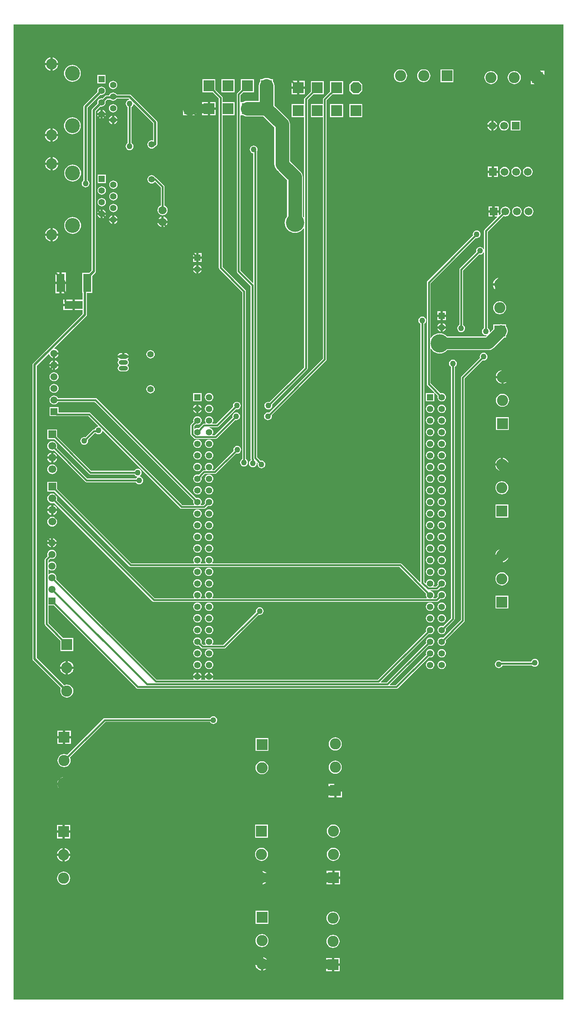
<source format=gbl>
G04*
G04 #@! TF.GenerationSoftware,Altium Limited,Altium Designer,19.1.8 (144)*
G04*
G04 Layer_Physical_Order=2*
G04 Layer_Color=16711680*
%FSLAX25Y25*%
%MOIN*%
G70*
G01*
G75*
%ADD12C,0.01968*%
%ADD39C,0.11811*%
%ADD40C,0.10000*%
%ADD41C,0.01500*%
%ADD43C,0.07874*%
%ADD44R,0.09567X0.09567*%
%ADD45C,0.09567*%
%ADD46R,0.05543X0.05543*%
%ADD47C,0.05543*%
%ADD48C,0.06102*%
%ADD49R,0.06102X0.06102*%
%ADD50R,0.06693X0.06693*%
%ADD51C,0.06693*%
%ADD52R,0.06693X0.06693*%
%ADD53R,0.07087X0.15748*%
%ADD54R,0.15748X0.07087*%
%ADD55C,0.09449*%
%ADD56C,0.12795*%
%ADD57C,0.05512*%
%ADD58R,0.05512X0.05512*%
%ADD59R,0.09567X0.09567*%
%ADD60P,0.10355X8X202.5*%
%ADD61O,0.07874X0.03937*%
%ADD62O,0.07874X0.03937*%
%ADD63C,0.07000*%
%ADD64C,0.05000*%
%ADD65C,0.15748*%
G36*
X473213Y803D02*
X803Y803D01*
X803Y838666D01*
X473213Y838666D01*
X473213Y803D01*
D02*
G37*
%LPC*%
G36*
X34189Y810170D02*
Y805527D01*
X38831D01*
X38766Y806022D01*
X38189Y807415D01*
X37272Y808610D01*
X36076Y809528D01*
X34683Y810105D01*
X34189Y810170D01*
D02*
G37*
G36*
X32189Y810170D02*
X31695Y810105D01*
X30302Y809528D01*
X29106Y808610D01*
X28189Y807415D01*
X27612Y806022D01*
X27547Y805527D01*
X32189D01*
Y810170D01*
D02*
G37*
G36*
X38831Y803528D02*
X34189D01*
Y798885D01*
X34683Y798950D01*
X36076Y799527D01*
X37272Y800445D01*
X38189Y801641D01*
X38766Y803033D01*
X38831Y803528D01*
D02*
G37*
G36*
X32189D02*
X27547D01*
X27612Y803033D01*
X28189Y801641D01*
X29106Y800445D01*
X30302Y799527D01*
X31695Y798950D01*
X32189Y798885D01*
Y803528D01*
D02*
G37*
G36*
X456886Y798697D02*
X452102D01*
Y793913D01*
X456886D01*
Y798697D01*
D02*
G37*
G36*
X450102D02*
X445319D01*
Y793913D01*
X450102D01*
Y798697D01*
D02*
G37*
G36*
X51181Y803748D02*
X49770Y803609D01*
X48413Y803198D01*
X47163Y802529D01*
X46067Y801630D01*
X45167Y800534D01*
X44499Y799284D01*
X44088Y797927D01*
X43949Y796516D01*
X44088Y795105D01*
X44499Y793748D01*
X45167Y792498D01*
X46067Y791402D01*
X47163Y790502D01*
X48413Y789834D01*
X49770Y789422D01*
X51181Y789283D01*
X52592Y789422D01*
X53949Y789834D01*
X55199Y790502D01*
X56295Y791402D01*
X57195Y792498D01*
X57863Y793748D01*
X58275Y795105D01*
X58414Y796516D01*
X58275Y797927D01*
X57863Y799284D01*
X57195Y800534D01*
X56295Y801630D01*
X55199Y802529D01*
X53949Y803198D01*
X52592Y803609D01*
X51181Y803748D01*
D02*
G37*
G36*
X378812Y800072D02*
X367645D01*
Y788905D01*
X378812D01*
Y800072D01*
D02*
G37*
G36*
X353228Y800120D02*
X351771Y799928D01*
X350413Y799365D01*
X349246Y798470D01*
X348351Y797304D01*
X347789Y795946D01*
X347597Y794488D01*
X347789Y793031D01*
X348351Y791672D01*
X349246Y790506D01*
X350413Y789611D01*
X351771Y789048D01*
X353228Y788857D01*
X354686Y789048D01*
X356044Y789611D01*
X357210Y790506D01*
X358105Y791672D01*
X358668Y793031D01*
X358860Y794488D01*
X358668Y795946D01*
X358105Y797304D01*
X357210Y798470D01*
X356044Y799365D01*
X354686Y799928D01*
X353228Y800120D01*
D02*
G37*
G36*
X333228D02*
X331771Y799928D01*
X330413Y799365D01*
X329246Y798470D01*
X328351Y797304D01*
X327789Y795946D01*
X327597Y794488D01*
X327789Y793031D01*
X328351Y791672D01*
X329246Y790506D01*
X330413Y789611D01*
X331771Y789048D01*
X333228Y788857D01*
X334686Y789048D01*
X336044Y789611D01*
X337210Y790506D01*
X338106Y791672D01*
X338668Y793031D01*
X338860Y794488D01*
X338668Y795946D01*
X338106Y797304D01*
X337210Y798470D01*
X336044Y799365D01*
X334686Y799928D01*
X333228Y800120D01*
D02*
G37*
G36*
X79737Y795072D02*
X72625D01*
Y787960D01*
X79737D01*
Y795072D01*
D02*
G37*
G36*
X431102Y798545D02*
X429645Y798353D01*
X428287Y797790D01*
X427120Y796896D01*
X426225Y795729D01*
X425663Y794371D01*
X425471Y792913D01*
X425663Y791456D01*
X426225Y790098D01*
X427120Y788931D01*
X428287Y788036D01*
X429645Y787474D01*
X431102Y787282D01*
X432560Y787474D01*
X433918Y788036D01*
X435084Y788931D01*
X435980Y790098D01*
X436542Y791456D01*
X436734Y792913D01*
X436542Y794371D01*
X435980Y795729D01*
X435084Y796896D01*
X433918Y797790D01*
X432560Y798353D01*
X431102Y798545D01*
D02*
G37*
G36*
X411102D02*
X409645Y798353D01*
X408287Y797790D01*
X407120Y796896D01*
X406225Y795729D01*
X405663Y794371D01*
X405471Y792913D01*
X405663Y791456D01*
X406225Y790098D01*
X407120Y788931D01*
X408287Y788036D01*
X409645Y787474D01*
X411102Y787282D01*
X412560Y787474D01*
X413918Y788036D01*
X415085Y788931D01*
X415979Y790098D01*
X416542Y791456D01*
X416734Y792913D01*
X416542Y794371D01*
X415979Y795729D01*
X415085Y796896D01*
X413918Y797790D01*
X412560Y798353D01*
X411102Y798545D01*
D02*
G37*
G36*
X456886Y791913D02*
X452102D01*
Y787130D01*
X456886D01*
Y791913D01*
D02*
G37*
G36*
X450102D02*
X445319D01*
Y787130D01*
X450102D01*
Y791913D01*
D02*
G37*
G36*
X154860Y791610D02*
X152969D01*
Y786827D01*
X157752D01*
Y788719D01*
X154860Y791610D01*
D02*
G37*
G36*
X150969D02*
X149077D01*
X146185Y788719D01*
Y786827D01*
X150969D01*
Y791610D01*
D02*
G37*
G36*
X251059Y790035D02*
X246276D01*
Y785252D01*
X251059D01*
Y790035D01*
D02*
G37*
G36*
X244276D02*
X239492D01*
Y785252D01*
X244276D01*
Y790035D01*
D02*
G37*
G36*
X86181Y790102D02*
X85253Y789980D01*
X84388Y789622D01*
X83645Y789052D01*
X83075Y788309D01*
X82717Y787444D01*
X82595Y786516D01*
X82717Y785588D01*
X83075Y784723D01*
X83645Y783980D01*
X84388Y783410D01*
X85253Y783051D01*
X86181Y782929D01*
X87109Y783051D01*
X87974Y783410D01*
X88717Y783980D01*
X89287Y784723D01*
X89645Y785588D01*
X89768Y786516D01*
X89645Y787444D01*
X89287Y788309D01*
X88717Y789052D01*
X87974Y789622D01*
X87109Y789980D01*
X86181Y790102D01*
D02*
G37*
G36*
X190623Y791410D02*
X179456D01*
Y780243D01*
X190623D01*
Y791410D01*
D02*
G37*
G36*
X157752Y784827D02*
X152969D01*
Y780043D01*
X154860D01*
X157752Y782935D01*
Y784827D01*
D02*
G37*
G36*
X150969D02*
X146185D01*
Y782935D01*
X149077Y780043D01*
X150969D01*
Y784827D01*
D02*
G37*
G36*
X297674Y789835D02*
X292090D01*
X289298Y787044D01*
Y781460D01*
X292090Y778668D01*
X297674D01*
X300465Y781460D01*
Y787044D01*
X297674Y789835D01*
D02*
G37*
G36*
X251059Y783252D02*
X246276D01*
Y778469D01*
X251059D01*
Y783252D01*
D02*
G37*
G36*
X244276D02*
X239492D01*
Y778469D01*
X244276D01*
Y783252D01*
D02*
G37*
G36*
X76181Y785102D02*
X75253Y784980D01*
X74388Y784622D01*
X73645Y784052D01*
X73075Y783309D01*
X72717Y782444D01*
X72594Y781516D01*
X72712Y780620D01*
X61312Y769219D01*
X60918Y768629D01*
X60779Y767933D01*
X60779Y767933D01*
Y704732D01*
X60245Y704322D01*
X59716Y703633D01*
X59383Y702830D01*
X59270Y701968D01*
X59383Y701107D01*
X59716Y700304D01*
X60245Y699615D01*
X60934Y699086D01*
X61737Y698753D01*
X62598Y698640D01*
X63460Y698753D01*
X64263Y699086D01*
X64952Y699615D01*
X65481Y700304D01*
X65813Y701107D01*
X65927Y701968D01*
X65813Y702830D01*
X65481Y703633D01*
X64952Y704322D01*
X64418Y704732D01*
Y767179D01*
X75285Y778047D01*
X76181Y777929D01*
X77109Y778051D01*
X77974Y778410D01*
X78717Y778980D01*
X79287Y779722D01*
X79646Y780587D01*
X79768Y781516D01*
X79646Y782444D01*
X79287Y783309D01*
X78717Y784052D01*
X77974Y784622D01*
X77109Y784980D01*
X76181Y785102D01*
D02*
G37*
G36*
X86181Y780102D02*
X85253Y779980D01*
X84388Y779622D01*
X83645Y779052D01*
X83075Y778309D01*
X82805Y777657D01*
X80503D01*
X79807Y777519D01*
X79217Y777124D01*
X79217Y777124D01*
X77077Y774984D01*
X76181Y775102D01*
X75253Y774980D01*
X74388Y774622D01*
X73645Y774052D01*
X73075Y773309D01*
X72717Y772444D01*
X72594Y771516D01*
X72712Y770620D01*
X68330Y766238D01*
X67936Y765647D01*
X67797Y764951D01*
X67797Y764951D01*
Y627260D01*
X65747Y625209D01*
X59633D01*
Y607861D01*
X60004D01*
Y602181D01*
X53165D01*
Y597638D01*
Y593094D01*
X60004D01*
Y589888D01*
X17466Y547350D01*
X17072Y546759D01*
X16933Y546063D01*
X16933Y546063D01*
Y293610D01*
X16933Y293610D01*
X17072Y292914D01*
X17466Y292323D01*
X41430Y268360D01*
X41017Y267363D01*
X40825Y265905D01*
X41017Y264448D01*
X41580Y263090D01*
X42474Y261923D01*
X43641Y261028D01*
X44999Y260466D01*
X46457Y260274D01*
X47914Y260466D01*
X49273Y261028D01*
X50439Y261923D01*
X51334Y263090D01*
X51896Y264448D01*
X52088Y265905D01*
X51896Y267363D01*
X51334Y268721D01*
X50439Y269888D01*
X49273Y270783D01*
X47914Y271345D01*
X46457Y271537D01*
X44999Y271345D01*
X44003Y270933D01*
X20572Y294363D01*
Y545310D01*
X30880Y555618D01*
X31408Y555439D01*
X31486Y554848D01*
X31894Y553862D01*
X32544Y553016D01*
X33390Y552367D01*
X34376Y551959D01*
X34433Y551951D01*
Y555905D01*
X35433D01*
Y556906D01*
X39388D01*
X39380Y556963D01*
X38972Y557949D01*
X38322Y558795D01*
X37476Y559444D01*
X36491Y559852D01*
X35899Y559930D01*
X35720Y560458D01*
X63110Y587848D01*
X63110Y587848D01*
X63504Y588438D01*
X63643Y589134D01*
X63643Y589134D01*
Y607861D01*
X68320D01*
Y622637D01*
X70903Y625220D01*
X70903Y625220D01*
X71297Y625810D01*
X71436Y626506D01*
X71436Y626506D01*
Y764198D01*
X75285Y768047D01*
X76181Y767929D01*
X77109Y768051D01*
X77974Y768410D01*
X78717Y768980D01*
X79287Y769723D01*
X79646Y770587D01*
X79768Y771516D01*
X79650Y772412D01*
X81257Y774019D01*
X83615D01*
X83645Y773980D01*
X84388Y773410D01*
X85253Y773051D01*
X86181Y772929D01*
X87109Y773051D01*
X87974Y773410D01*
X88717Y773980D01*
X89267Y774696D01*
X99656D01*
X100087Y774265D01*
X99908Y773737D01*
X99532Y773688D01*
X98729Y773355D01*
X98040Y772826D01*
X97511Y772137D01*
X97179Y771334D01*
X97065Y770472D01*
X97179Y769611D01*
X97511Y768808D01*
X98040Y768119D01*
X98729Y767590D01*
X98813Y767555D01*
Y736776D01*
X98729Y736741D01*
X98040Y736212D01*
X97511Y735523D01*
X97179Y734720D01*
X97065Y733858D01*
X97179Y732997D01*
X97511Y732194D01*
X98040Y731505D01*
X98729Y730976D01*
X99532Y730643D01*
X100394Y730530D01*
X101255Y730643D01*
X102058Y730976D01*
X102747Y731505D01*
X103276Y732194D01*
X103609Y732997D01*
X103722Y733858D01*
X103609Y734720D01*
X103276Y735523D01*
X102747Y736212D01*
X102058Y736741D01*
X101974Y736776D01*
Y767555D01*
X102058Y767590D01*
X102747Y768119D01*
X103276Y768808D01*
X103609Y769611D01*
X103658Y769987D01*
X104186Y770166D01*
X120622Y753730D01*
Y739221D01*
X120122Y738950D01*
X119291Y739059D01*
X118363Y738937D01*
X117498Y738579D01*
X116755Y738008D01*
X116185Y737266D01*
X115827Y736401D01*
X115705Y735472D01*
X115827Y734544D01*
X116185Y733679D01*
X116755Y732936D01*
X117498Y732366D01*
X118363Y732008D01*
X119291Y731886D01*
X120220Y732008D01*
X121085Y732366D01*
X121827Y732936D01*
X122386Y733664D01*
X122441Y733653D01*
X123137Y733792D01*
X123727Y734186D01*
X124122Y734776D01*
X124260Y735472D01*
Y754484D01*
X124260Y754484D01*
X124122Y755180D01*
X123727Y755770D01*
X123727Y755770D01*
X101696Y777802D01*
X101105Y778196D01*
X100409Y778335D01*
X100409Y778335D01*
X89267D01*
X88717Y779052D01*
X87974Y779622D01*
X87109Y779980D01*
X86181Y780102D01*
D02*
G37*
G36*
X218110Y792565D02*
X216796Y792435D01*
X215532Y792052D01*
X214367Y791429D01*
X214344Y791410D01*
X212527D01*
Y789593D01*
X212508Y789570D01*
X211885Y788405D01*
X211502Y787141D01*
X211372Y785827D01*
Y772880D01*
X201575D01*
X200260Y772750D01*
X198996Y772367D01*
X197831Y771744D01*
X197808Y771725D01*
X195991D01*
X195700Y772104D01*
Y777717D01*
X198226Y780243D01*
X207158D01*
Y791410D01*
X195991D01*
Y782478D01*
X193002Y779489D01*
X192659Y778976D01*
X192539Y778371D01*
Y626458D01*
X192659Y625853D01*
X193002Y625340D01*
X204387Y613955D01*
X204387Y465189D01*
X204508Y464584D01*
X204655Y464364D01*
X204635Y464300D01*
X203946Y463771D01*
X203417Y463082D01*
X203084Y462279D01*
X202971Y461417D01*
X203084Y460556D01*
X203417Y459753D01*
X203946Y459064D01*
X204635Y458535D01*
X205438Y458202D01*
X206299Y458089D01*
X207161Y458202D01*
X207963Y458535D01*
X208653Y459064D01*
X209182Y459753D01*
X209514Y460556D01*
X209628Y461417D01*
X209564Y461904D01*
X210037Y462137D01*
X210599Y461575D01*
X210564Y461491D01*
X210451Y460630D01*
X210564Y459768D01*
X210897Y458966D01*
X211426Y458276D01*
X212115Y457747D01*
X212918Y457415D01*
X213779Y457301D01*
X214641Y457415D01*
X215444Y457747D01*
X216133Y458276D01*
X216662Y458966D01*
X216995Y459768D01*
X217108Y460630D01*
X216995Y461491D01*
X216662Y462294D01*
X216133Y462984D01*
X215444Y463513D01*
X214641Y463845D01*
X213779Y463958D01*
X212918Y463845D01*
X212834Y463810D01*
X209848Y466796D01*
X209848Y729280D01*
X209969Y729438D01*
X210302Y730241D01*
X210415Y731102D01*
X210302Y731964D01*
X209969Y732767D01*
X209440Y733456D01*
X208751Y733985D01*
X207948Y734317D01*
X207087Y734431D01*
X206225Y734317D01*
X205422Y733985D01*
X204733Y733456D01*
X204204Y732767D01*
X203872Y731964D01*
X203758Y731102D01*
X203872Y730241D01*
X204204Y729438D01*
X204733Y728749D01*
X205422Y728220D01*
X206225Y727887D01*
X206687Y727826D01*
Y616778D01*
X206225Y616587D01*
X195700Y627112D01*
Y760179D01*
X195991Y760558D01*
X197808D01*
X197831Y760539D01*
X198996Y759917D01*
X200260Y759533D01*
X201575Y759404D01*
X215319D01*
X224758Y749965D01*
Y718504D01*
X224888Y717189D01*
X225271Y715925D01*
X225894Y714760D01*
X226732Y713739D01*
X227753Y712901D01*
X227824Y712863D01*
X227862Y712792D01*
X228700Y711771D01*
X235782Y704689D01*
Y673573D01*
X235273Y672953D01*
X234467Y671446D01*
X233971Y669811D01*
X233804Y668110D01*
X233971Y666410D01*
X234467Y664775D01*
X235273Y663268D01*
X236357Y661947D01*
X237677Y660863D01*
X239184Y660058D01*
X240819Y659562D01*
X242520Y659394D01*
X244220Y659562D01*
X245855Y660058D01*
X247362Y660863D01*
X248683Y661947D01*
X249767Y663268D01*
X249878Y663477D01*
X250363Y663355D01*
Y543937D01*
X220630Y514204D01*
X220547Y514239D01*
X219685Y514352D01*
X218824Y514239D01*
X218021Y513906D01*
X217331Y513377D01*
X216803Y512688D01*
X216470Y511885D01*
X216357Y511024D01*
X216470Y510162D01*
X216803Y509359D01*
X217331Y508670D01*
X218021Y508141D01*
X218824Y507809D01*
X219685Y507695D01*
X220547Y507809D01*
X221349Y508141D01*
X222039Y508670D01*
X222568Y509359D01*
X222900Y510162D01*
X223013Y511024D01*
X222900Y511885D01*
X222865Y511969D01*
X253061Y542165D01*
X253404Y542677D01*
X253524Y543282D01*
Y773730D01*
X258463Y778668D01*
X267394D01*
Y789835D01*
X256228D01*
Y780903D01*
X250826Y775502D01*
X250484Y774989D01*
X250363Y774385D01*
Y770150D01*
X239692D01*
Y758984D01*
X250363D01*
Y672865D01*
X249878Y672744D01*
X249767Y672953D01*
X249258Y673573D01*
Y707480D01*
X249258Y707480D01*
X249128Y708795D01*
X248745Y710059D01*
X248122Y711224D01*
X247284Y712245D01*
X238234Y721295D01*
Y752756D01*
X238234Y752756D01*
X238105Y754070D01*
X237721Y755334D01*
X237099Y756499D01*
X236261Y757520D01*
X236261Y757520D01*
X224848Y768933D01*
Y785827D01*
X224719Y787141D01*
X224335Y788405D01*
X223713Y789570D01*
X223694Y789593D01*
Y791410D01*
X221877D01*
X221854Y791429D01*
X220689Y792052D01*
X219425Y792435D01*
X218110Y792565D01*
D02*
G37*
G36*
X157752Y771925D02*
X152969D01*
Y767142D01*
X157752D01*
Y771925D01*
D02*
G37*
G36*
X174287D02*
X169504D01*
Y767142D01*
X174287D01*
Y771925D01*
D02*
G37*
G36*
X167504D02*
X162721D01*
Y767142D01*
X167504D01*
Y771925D01*
D02*
G37*
G36*
X150969D02*
X146185D01*
Y767142D01*
X150969D01*
Y771925D01*
D02*
G37*
G36*
X86181Y770102D02*
X85253Y769980D01*
X84388Y769622D01*
X83645Y769052D01*
X83075Y768309D01*
X82717Y767444D01*
X82595Y766516D01*
X82717Y765588D01*
X83075Y764722D01*
X83645Y763980D01*
X84388Y763410D01*
X85253Y763051D01*
X86181Y762929D01*
X87109Y763051D01*
X87974Y763410D01*
X88717Y763980D01*
X89287Y764722D01*
X89645Y765588D01*
X89768Y766516D01*
X89645Y767444D01*
X89287Y768309D01*
X88717Y769052D01*
X87974Y769622D01*
X87109Y769980D01*
X86181Y770102D01*
D02*
G37*
G36*
X77181Y765167D02*
Y762516D01*
X79832D01*
X79462Y763410D01*
X78860Y764194D01*
X78075Y764796D01*
X77181Y765167D01*
D02*
G37*
G36*
X75181Y765167D02*
X74287Y764796D01*
X73502Y764194D01*
X72900Y763410D01*
X72530Y762516D01*
X75181D01*
Y765167D01*
D02*
G37*
G36*
X174287Y765142D02*
X169504D01*
Y760358D01*
X174287D01*
Y765142D01*
D02*
G37*
G36*
X167504D02*
X162721D01*
Y760358D01*
X167504D01*
Y765142D01*
D02*
G37*
G36*
X157752D02*
X152969D01*
Y760358D01*
X157752D01*
Y765142D01*
D02*
G37*
G36*
X150969D02*
X146185D01*
Y760358D01*
X150969D01*
Y765142D01*
D02*
G37*
G36*
X300465Y770150D02*
X289298D01*
Y758984D01*
X300465D01*
Y770150D01*
D02*
G37*
G36*
X283930D02*
X272763D01*
Y758984D01*
X283930D01*
Y770150D01*
D02*
G37*
G36*
X75181Y760516D02*
X72530D01*
X72900Y759622D01*
X73502Y758837D01*
X74287Y758235D01*
X75181Y757865D01*
Y760516D01*
D02*
G37*
G36*
X79832D02*
X77181D01*
Y757865D01*
X78075Y758235D01*
X78860Y758837D01*
X79462Y759622D01*
X79832Y760516D01*
D02*
G37*
G36*
X87181Y760167D02*
Y757516D01*
X89832D01*
X89462Y758410D01*
X88860Y759195D01*
X88075Y759796D01*
X87181Y760167D01*
D02*
G37*
G36*
X85181Y760167D02*
X84287Y759796D01*
X83502Y759195D01*
X82900Y758410D01*
X82530Y757516D01*
X85181D01*
Y760167D01*
D02*
G37*
G36*
Y755516D02*
X82530D01*
X82900Y754622D01*
X83502Y753837D01*
X84287Y753235D01*
X85181Y752865D01*
Y755516D01*
D02*
G37*
G36*
X89832D02*
X87181D01*
Y752865D01*
X88075Y753235D01*
X88860Y753837D01*
X89462Y754622D01*
X89832Y755516D01*
D02*
G37*
G36*
X413205Y755827D02*
Y752575D01*
X416457D01*
X416439Y752709D01*
X416001Y753767D01*
X415305Y754675D01*
X414397Y755371D01*
X413339Y755809D01*
X413205Y755827D01*
D02*
G37*
G36*
X411205Y755827D02*
X411070Y755809D01*
X410013Y755371D01*
X409105Y754675D01*
X408408Y753767D01*
X407970Y752709D01*
X407952Y752575D01*
X411205D01*
Y755827D01*
D02*
G37*
G36*
X436351Y755721D02*
X428058D01*
Y747428D01*
X436351D01*
Y755721D01*
D02*
G37*
G36*
X422205Y755757D02*
X421122Y755615D01*
X420114Y755197D01*
X419247Y754532D01*
X418583Y753666D01*
X418165Y752657D01*
X418022Y751575D01*
X418165Y750492D01*
X418583Y749484D01*
X419247Y748618D01*
X420114Y747953D01*
X421122Y747535D01*
X422205Y747393D01*
X423287Y747535D01*
X424296Y747953D01*
X425162Y748618D01*
X425827Y749484D01*
X426244Y750492D01*
X426387Y751575D01*
X426244Y752657D01*
X425827Y753666D01*
X425162Y754532D01*
X424296Y755197D01*
X423287Y755615D01*
X422205Y755757D01*
D02*
G37*
G36*
X416457Y750575D02*
X413205D01*
Y747323D01*
X413339Y747340D01*
X414397Y747778D01*
X415305Y748475D01*
X416001Y749383D01*
X416439Y750440D01*
X416457Y750575D01*
D02*
G37*
G36*
X411205D02*
X407952D01*
X407970Y750440D01*
X408408Y749383D01*
X409105Y748475D01*
X410013Y747778D01*
X411070Y747340D01*
X411205Y747323D01*
Y750575D01*
D02*
G37*
G36*
X34189Y749146D02*
Y744504D01*
X38831D01*
X38766Y744998D01*
X38189Y746391D01*
X37272Y747587D01*
X36076Y748504D01*
X34683Y749081D01*
X34189Y749146D01*
D02*
G37*
G36*
X32189Y749146D02*
X31695Y749081D01*
X30302Y748504D01*
X29106Y747587D01*
X28189Y746391D01*
X27612Y744998D01*
X27547Y744504D01*
X32189D01*
Y749146D01*
D02*
G37*
G36*
X51181Y758748D02*
X49770Y758609D01*
X48413Y758198D01*
X47163Y757529D01*
X46067Y756630D01*
X45167Y755534D01*
X44499Y754284D01*
X44088Y752927D01*
X43949Y751516D01*
X44088Y750105D01*
X44499Y748748D01*
X45167Y747498D01*
X46067Y746402D01*
X47163Y745502D01*
X48413Y744834D01*
X49770Y744422D01*
X51181Y744283D01*
X52592Y744422D01*
X53949Y744834D01*
X55199Y745502D01*
X56295Y746402D01*
X57195Y747498D01*
X57863Y748748D01*
X58275Y750105D01*
X58414Y751516D01*
X58275Y752927D01*
X57863Y754284D01*
X57195Y755534D01*
X56295Y756630D01*
X55199Y757529D01*
X53949Y758198D01*
X52592Y758609D01*
X51181Y758748D01*
D02*
G37*
G36*
X38831Y742504D02*
X34189D01*
Y737862D01*
X34683Y737927D01*
X36076Y738504D01*
X37272Y739421D01*
X38189Y740617D01*
X38766Y742010D01*
X38831Y742504D01*
D02*
G37*
G36*
X32189D02*
X27547D01*
X27612Y742010D01*
X28189Y740617D01*
X29106Y739421D01*
X30302Y738504D01*
X31695Y737927D01*
X32189Y737862D01*
Y742504D01*
D02*
G37*
G36*
X34465Y724540D02*
Y719898D01*
X39107D01*
X39042Y720392D01*
X38465Y721784D01*
X37547Y722980D01*
X36351Y723898D01*
X34959Y724475D01*
X34465Y724540D01*
D02*
G37*
G36*
X32465Y724540D02*
X31970Y724475D01*
X30578Y723898D01*
X29382Y722980D01*
X28464Y721784D01*
X27887Y720392D01*
X27822Y719898D01*
X32465D01*
Y724540D01*
D02*
G37*
G36*
X39107Y717898D02*
X34465D01*
Y713256D01*
X34959Y713321D01*
X36351Y713897D01*
X37547Y714815D01*
X38465Y716011D01*
X39042Y717403D01*
X39107Y717898D01*
D02*
G37*
G36*
X32465D02*
X27822D01*
X27887Y717403D01*
X28464Y716011D01*
X29382Y714815D01*
X30578Y713897D01*
X31970Y713321D01*
X32465Y713256D01*
Y717898D01*
D02*
G37*
G36*
X417083Y716354D02*
X413736D01*
Y713008D01*
X417083D01*
Y716354D01*
D02*
G37*
G36*
X411736D02*
X408390D01*
Y713008D01*
X411736D01*
Y716354D01*
D02*
G37*
G36*
X442736Y716190D02*
X441654Y716048D01*
X440645Y715630D01*
X439779Y714965D01*
X439114Y714099D01*
X438696Y713090D01*
X438554Y712008D01*
X438696Y710925D01*
X439114Y709917D01*
X439779Y709051D01*
X440645Y708386D01*
X441654Y707968D01*
X442736Y707826D01*
X443819Y707968D01*
X444827Y708386D01*
X445693Y709051D01*
X446358Y709917D01*
X446776Y710925D01*
X446918Y712008D01*
X446776Y713090D01*
X446358Y714099D01*
X445693Y714965D01*
X444827Y715630D01*
X443819Y716048D01*
X442736Y716190D01*
D02*
G37*
G36*
X432736D02*
X431654Y716048D01*
X430645Y715630D01*
X429779Y714965D01*
X429114Y714099D01*
X428696Y713090D01*
X428554Y712008D01*
X428696Y710925D01*
X429114Y709917D01*
X429779Y709051D01*
X430645Y708386D01*
X431654Y707968D01*
X432736Y707826D01*
X433819Y707968D01*
X434827Y708386D01*
X435694Y709051D01*
X436358Y709917D01*
X436776Y710925D01*
X436918Y712008D01*
X436776Y713090D01*
X436358Y714099D01*
X435694Y714965D01*
X434827Y715630D01*
X433819Y716048D01*
X432736Y716190D01*
D02*
G37*
G36*
X422736D02*
X421654Y716048D01*
X420645Y715630D01*
X419779Y714965D01*
X419114Y714099D01*
X418696Y713090D01*
X418554Y712008D01*
X418696Y710925D01*
X419114Y709917D01*
X419779Y709051D01*
X420645Y708386D01*
X421654Y707968D01*
X422736Y707826D01*
X423819Y707968D01*
X424827Y708386D01*
X425694Y709051D01*
X426358Y709917D01*
X426776Y710925D01*
X426919Y712008D01*
X426776Y713090D01*
X426358Y714099D01*
X425694Y714965D01*
X424827Y715630D01*
X423819Y716048D01*
X422736Y716190D01*
D02*
G37*
G36*
X417083Y711008D02*
X413736D01*
Y707661D01*
X417083D01*
Y711008D01*
D02*
G37*
G36*
X411736D02*
X408390D01*
Y707661D01*
X411736D01*
Y711008D01*
D02*
G37*
G36*
X51457Y718118D02*
X50046Y717979D01*
X48689Y717568D01*
X47438Y716899D01*
X46343Y716000D01*
X45443Y714904D01*
X44775Y713654D01*
X44363Y712297D01*
X44224Y710886D01*
X44363Y709475D01*
X44775Y708118D01*
X45443Y706868D01*
X46343Y705772D01*
X47438Y704872D01*
X48689Y704204D01*
X50046Y703792D01*
X51457Y703653D01*
X52868Y703792D01*
X54224Y704204D01*
X55475Y704872D01*
X56571Y705772D01*
X57470Y706868D01*
X58139Y708118D01*
X58550Y709475D01*
X58689Y710886D01*
X58550Y712297D01*
X58139Y713654D01*
X57470Y714904D01*
X56571Y716000D01*
X55475Y716899D01*
X54224Y717568D01*
X52868Y717979D01*
X51457Y718118D01*
D02*
G37*
G36*
X80013Y709442D02*
X72901D01*
Y702330D01*
X80013D01*
Y709442D01*
D02*
G37*
G36*
X86457Y704472D02*
X85528Y704350D01*
X84663Y703992D01*
X83921Y703422D01*
X83351Y702679D01*
X82992Y701814D01*
X82870Y700886D01*
X82992Y699958D01*
X83351Y699092D01*
X83921Y698350D01*
X84663Y697780D01*
X85528Y697422D01*
X86457Y697299D01*
X87385Y697422D01*
X88250Y697780D01*
X88993Y698350D01*
X89563Y699092D01*
X89921Y699958D01*
X90043Y700886D01*
X89921Y701814D01*
X89563Y702679D01*
X88993Y703422D01*
X88250Y703992D01*
X87385Y704350D01*
X86457Y704472D01*
D02*
G37*
G36*
X76457Y699472D02*
X75528Y699350D01*
X74663Y698992D01*
X73921Y698422D01*
X73351Y697679D01*
X72992Y696814D01*
X72870Y695886D01*
X72992Y694957D01*
X73351Y694093D01*
X73921Y693350D01*
X74663Y692780D01*
X75528Y692421D01*
X76457Y692299D01*
X77385Y692421D01*
X78250Y692780D01*
X78993Y693350D01*
X79563Y694093D01*
X79921Y694957D01*
X80043Y695886D01*
X79921Y696814D01*
X79563Y697679D01*
X78993Y698422D01*
X78250Y698992D01*
X77385Y699350D01*
X76457Y699472D01*
D02*
G37*
G36*
X86457Y694472D02*
X85528Y694350D01*
X84663Y693992D01*
X83921Y693422D01*
X83351Y692679D01*
X82992Y691814D01*
X82870Y690886D01*
X82992Y689958D01*
X83351Y689092D01*
X83921Y688350D01*
X84663Y687780D01*
X85528Y687422D01*
X86457Y687299D01*
X87385Y687422D01*
X88250Y687780D01*
X88993Y688350D01*
X89563Y689092D01*
X89921Y689958D01*
X90043Y690886D01*
X89921Y691814D01*
X89563Y692679D01*
X88993Y693422D01*
X88250Y693992D01*
X87385Y694350D01*
X86457Y694472D01*
D02*
G37*
G36*
X76457Y689472D02*
X75528Y689350D01*
X74663Y688992D01*
X73921Y688422D01*
X73351Y687679D01*
X72992Y686814D01*
X72870Y685886D01*
X72992Y684958D01*
X73351Y684093D01*
X73921Y683350D01*
X74663Y682780D01*
X75528Y682421D01*
X76457Y682299D01*
X77385Y682421D01*
X78250Y682780D01*
X78993Y683350D01*
X79563Y684093D01*
X79921Y684958D01*
X80043Y685886D01*
X79921Y686814D01*
X79563Y687679D01*
X78993Y688422D01*
X78250Y688992D01*
X77385Y689350D01*
X76457Y689472D01*
D02*
G37*
G36*
X417772Y682201D02*
X414425D01*
Y678854D01*
X417772D01*
Y682201D01*
D02*
G37*
G36*
X412425D02*
X409079D01*
Y678854D01*
X412425D01*
Y682201D01*
D02*
G37*
G36*
X86457Y684472D02*
X85528Y684350D01*
X84663Y683992D01*
X83921Y683422D01*
X83351Y682679D01*
X82992Y681814D01*
X82870Y680886D01*
X82992Y679957D01*
X83351Y679093D01*
X83921Y678350D01*
X84663Y677780D01*
X85528Y677422D01*
X86457Y677299D01*
X87385Y677422D01*
X88250Y677780D01*
X88993Y678350D01*
X89563Y679093D01*
X89921Y679957D01*
X90043Y680886D01*
X89921Y681814D01*
X89563Y682679D01*
X88993Y683422D01*
X88250Y683992D01*
X87385Y684350D01*
X86457Y684472D01*
D02*
G37*
G36*
X77457Y679537D02*
Y676886D01*
X80108D01*
X79738Y677780D01*
X79135Y678565D01*
X78351Y679167D01*
X77457Y679537D01*
D02*
G37*
G36*
X75457D02*
X74563Y679167D01*
X73778Y678565D01*
X73176Y677780D01*
X72806Y676886D01*
X75457D01*
Y679537D01*
D02*
G37*
G36*
X423425Y682037D02*
X422343Y681894D01*
X421334Y681476D01*
X420468Y680812D01*
X419803Y679946D01*
X419385Y678937D01*
X419243Y677854D01*
X419385Y676772D01*
X419597Y676261D01*
X418234Y674898D01*
X417772Y675089D01*
Y676854D01*
X414425D01*
Y673508D01*
X416190D01*
X416382Y673046D01*
X405575Y662240D01*
X405233Y661727D01*
X405113Y661122D01*
Y645483D01*
X404612Y645384D01*
X404457Y645759D01*
X403928Y646448D01*
X403239Y646977D01*
X402436Y647310D01*
X401575Y647423D01*
X400713Y647310D01*
X399911Y646977D01*
X399221Y646448D01*
X398692Y645759D01*
X398360Y644956D01*
X398246Y644095D01*
X398360Y643233D01*
X398394Y643149D01*
X384316Y629070D01*
X383973Y628557D01*
X383853Y627953D01*
Y580476D01*
X383769Y580442D01*
X383080Y579913D01*
X382551Y579223D01*
X382218Y578420D01*
X382105Y577559D01*
X382218Y576698D01*
X382551Y575895D01*
X383080Y575206D01*
X383769Y574677D01*
X384572Y574344D01*
X385433Y574231D01*
X386295Y574344D01*
X387097Y574677D01*
X387787Y575206D01*
X388316Y575895D01*
X388648Y576698D01*
X388761Y577559D01*
X388648Y578420D01*
X388316Y579223D01*
X387787Y579913D01*
X387097Y580442D01*
X387013Y580476D01*
Y627298D01*
X400630Y640914D01*
X400713Y640879D01*
X401575Y640766D01*
X402436Y640879D01*
X403239Y641212D01*
X403928Y641741D01*
X404457Y642430D01*
X404612Y642805D01*
X405113Y642705D01*
Y577720D01*
X405029Y577686D01*
X404339Y577157D01*
X403810Y576467D01*
X403478Y575665D01*
X403364Y574803D01*
X403478Y573942D01*
X403810Y573139D01*
X404339Y572450D01*
X405029Y571921D01*
X405831Y571588D01*
X406693Y571475D01*
X407062Y571523D01*
X407296Y571050D01*
X406641Y570395D01*
X373367D01*
X373092Y570730D01*
X371772Y571814D01*
X370265Y572619D01*
X368630Y573115D01*
X366929Y573283D01*
X365229Y573115D01*
X363594Y572619D01*
X362087Y571814D01*
X360766Y570730D01*
X359682Y569409D01*
X359571Y569201D01*
X359085Y569322D01*
Y616299D01*
X397874Y655087D01*
X397957Y655053D01*
X398819Y654939D01*
X399680Y655053D01*
X400483Y655385D01*
X401172Y655914D01*
X401701Y656603D01*
X402034Y657406D01*
X402147Y658268D01*
X402034Y659129D01*
X401701Y659932D01*
X401172Y660621D01*
X400483Y661150D01*
X399680Y661483D01*
X398819Y661596D01*
X397957Y661483D01*
X397155Y661150D01*
X396465Y660621D01*
X395936Y659932D01*
X395604Y659129D01*
X395490Y658268D01*
X395604Y657406D01*
X395639Y657322D01*
X356388Y618071D01*
X356045Y617559D01*
X355925Y616954D01*
Y529543D01*
X356045Y528938D01*
X356388Y528426D01*
X362481Y522332D01*
X362188Y521918D01*
X361809Y521918D01*
X355130D01*
Y514775D01*
X362273D01*
Y521426D01*
X362274Y521833D01*
X362687Y522126D01*
X365314Y519500D01*
X365222Y519279D01*
X365099Y518347D01*
X365222Y517414D01*
X365582Y516545D01*
X366155Y515799D01*
X366901Y515227D01*
X367769Y514867D01*
X368702Y514744D01*
X369634Y514867D01*
X370503Y515227D01*
X371249Y515799D01*
X371822Y516545D01*
X372182Y517414D01*
X372304Y518347D01*
X372182Y519279D01*
X371822Y520148D01*
X371249Y520894D01*
X370503Y521466D01*
X369634Y521826D01*
X368702Y521949D01*
X367769Y521826D01*
X367548Y521735D01*
X359085Y530198D01*
Y559812D01*
X359571Y559933D01*
X359682Y559725D01*
X360766Y558404D01*
X362087Y557320D01*
X363594Y556514D01*
X365229Y556018D01*
X366929Y555851D01*
X368630Y556018D01*
X370265Y556514D01*
X371772Y557320D01*
X373092Y558404D01*
X373367Y558739D01*
X409055D01*
X410192Y558851D01*
X411285Y559183D01*
X412293Y559721D01*
X413176Y560446D01*
X422344Y569613D01*
X424087D01*
Y571419D01*
X424531Y571959D01*
X425070Y572967D01*
X425401Y574060D01*
X425513Y575197D01*
X425401Y576334D01*
X425070Y577427D01*
X424531Y578435D01*
X424087Y578975D01*
Y580780D01*
X421259D01*
X420822Y580913D01*
X419685Y581025D01*
X418548Y580913D01*
X418111Y580780D01*
X412921D01*
Y576674D01*
X410446Y574200D01*
X409973Y574434D01*
X410021Y574803D01*
X409908Y575665D01*
X409576Y576467D01*
X409047Y577157D01*
X408357Y577686D01*
X408273Y577720D01*
Y660467D01*
X421832Y674026D01*
X422343Y673815D01*
X423425Y673672D01*
X424508Y673815D01*
X425516Y674232D01*
X426382Y674897D01*
X427047Y675763D01*
X427465Y676772D01*
X427607Y677854D01*
X427465Y678937D01*
X427047Y679946D01*
X426382Y680812D01*
X425516Y681476D01*
X424508Y681894D01*
X423425Y682037D01*
D02*
G37*
G36*
X119291Y709059D02*
X118363Y708937D01*
X117498Y708578D01*
X116755Y708008D01*
X116185Y707266D01*
X115827Y706401D01*
X115705Y705472D01*
X115827Y704544D01*
X116185Y703679D01*
X116755Y702936D01*
X117498Y702366D01*
X118363Y702008D01*
X119291Y701886D01*
X120220Y702008D01*
X121085Y702366D01*
X121827Y702936D01*
X121994Y703153D01*
X122493Y703186D01*
X127160Y698519D01*
Y683015D01*
X126572Y682772D01*
X125673Y682083D01*
X124984Y681184D01*
X124551Y680138D01*
X124403Y679016D01*
X124551Y677893D01*
X124984Y676847D01*
X125673Y675949D01*
X126572Y675260D01*
X127618Y674826D01*
X128740Y674679D01*
X129863Y674826D01*
X130909Y675260D01*
X131807Y675949D01*
X132496Y676847D01*
X132930Y677893D01*
X133077Y679016D01*
X132930Y680138D01*
X132496Y681184D01*
X131807Y682083D01*
X130909Y682772D01*
X130321Y683015D01*
Y699173D01*
X130200Y699778D01*
X129858Y700291D01*
X123558Y706590D01*
X123046Y706932D01*
X122490Y707043D01*
X122397Y707266D01*
X121827Y708008D01*
X121085Y708578D01*
X120220Y708937D01*
X119291Y709059D01*
D02*
G37*
G36*
X443425Y682037D02*
X442343Y681894D01*
X441334Y681476D01*
X440468Y680812D01*
X439803Y679946D01*
X439386Y678937D01*
X439243Y677854D01*
X439386Y676772D01*
X439803Y675763D01*
X440468Y674897D01*
X441334Y674232D01*
X442343Y673815D01*
X443425Y673672D01*
X444508Y673815D01*
X445516Y674232D01*
X446383Y674897D01*
X447047Y675763D01*
X447465Y676772D01*
X447607Y677854D01*
X447465Y678937D01*
X447047Y679946D01*
X446383Y680812D01*
X445516Y681476D01*
X444508Y681894D01*
X443425Y682037D01*
D02*
G37*
G36*
X433425D02*
X432343Y681894D01*
X431334Y681476D01*
X430468Y680812D01*
X429803Y679946D01*
X429386Y678937D01*
X429243Y677854D01*
X429386Y676772D01*
X429803Y675763D01*
X430468Y674897D01*
X431334Y674232D01*
X432343Y673815D01*
X433425Y673672D01*
X434508Y673815D01*
X435516Y674232D01*
X436382Y674897D01*
X437047Y675763D01*
X437465Y676772D01*
X437607Y677854D01*
X437465Y678937D01*
X437047Y679946D01*
X436382Y680812D01*
X435516Y681476D01*
X434508Y681894D01*
X433425Y682037D01*
D02*
G37*
G36*
X412425Y676854D02*
X409079D01*
Y673508D01*
X412425D01*
Y676854D01*
D02*
G37*
G36*
X80108Y674886D02*
X77457D01*
Y672235D01*
X78351Y672605D01*
X79135Y673207D01*
X79738Y673992D01*
X80108Y674886D01*
D02*
G37*
G36*
X75457D02*
X72806D01*
X73176Y673992D01*
X73778Y673207D01*
X74563Y672605D01*
X75457Y672235D01*
Y674886D01*
D02*
G37*
G36*
X87457Y674537D02*
Y671886D01*
X90108D01*
X89737Y672780D01*
X89135Y673565D01*
X88351Y674167D01*
X87457Y674537D01*
D02*
G37*
G36*
X85457D02*
X84562Y674167D01*
X83778Y673565D01*
X83176Y672780D01*
X82806Y671886D01*
X85457D01*
Y674537D01*
D02*
G37*
G36*
X129740Y673423D02*
Y670016D01*
X133147D01*
X133124Y670190D01*
X132671Y671285D01*
X131950Y672225D01*
X131010Y672947D01*
X129915Y673400D01*
X129740Y673423D01*
D02*
G37*
G36*
X127740Y673423D02*
X127565Y673400D01*
X126471Y672947D01*
X125531Y672225D01*
X124809Y671285D01*
X124356Y670190D01*
X124333Y670016D01*
X127740D01*
Y673423D01*
D02*
G37*
G36*
X90108Y669886D02*
X87457D01*
Y667235D01*
X88351Y667605D01*
X89135Y668207D01*
X89737Y668992D01*
X90108Y669886D01*
D02*
G37*
G36*
X85457D02*
X82806D01*
X83176Y668992D01*
X83778Y668207D01*
X84562Y667605D01*
X85457Y667235D01*
Y669886D01*
D02*
G37*
G36*
X127740Y668016D02*
X124333D01*
X124356Y667841D01*
X124809Y666746D01*
X125531Y665806D01*
X126471Y665085D01*
X127565Y664632D01*
X127740Y664609D01*
Y668016D01*
D02*
G37*
G36*
X133147D02*
X129740D01*
Y664609D01*
X129915Y664632D01*
X131010Y665085D01*
X131950Y665806D01*
X132671Y666746D01*
X133124Y667841D01*
X133147Y668016D01*
D02*
G37*
G36*
X34465Y663516D02*
Y658874D01*
X39107D01*
X39042Y659368D01*
X38465Y660761D01*
X37547Y661957D01*
X36351Y662874D01*
X34959Y663451D01*
X34465Y663516D01*
D02*
G37*
G36*
X32465Y663516D02*
X31970Y663451D01*
X30578Y662874D01*
X29382Y661957D01*
X28464Y660761D01*
X27887Y659368D01*
X27822Y658874D01*
X32465D01*
Y663516D01*
D02*
G37*
G36*
X51457Y673118D02*
X50046Y672979D01*
X48689Y672568D01*
X47438Y671899D01*
X46343Y671000D01*
X45443Y669904D01*
X44775Y668654D01*
X44363Y667297D01*
X44224Y665886D01*
X44363Y664475D01*
X44775Y663118D01*
X45443Y661868D01*
X46343Y660772D01*
X47438Y659872D01*
X48689Y659204D01*
X50046Y658792D01*
X51457Y658653D01*
X52868Y658792D01*
X54224Y659204D01*
X55475Y659872D01*
X56571Y660772D01*
X57470Y661868D01*
X58139Y663118D01*
X58550Y664475D01*
X58689Y665886D01*
X58550Y667297D01*
X58139Y668654D01*
X57470Y669904D01*
X56571Y671000D01*
X55475Y671899D01*
X54224Y672568D01*
X52868Y672979D01*
X51457Y673118D01*
D02*
G37*
G36*
X39107Y656874D02*
X34465D01*
Y652232D01*
X34959Y652297D01*
X36351Y652874D01*
X37547Y653791D01*
X38465Y654987D01*
X39042Y656380D01*
X39107Y656874D01*
D02*
G37*
G36*
X32465D02*
X27822D01*
X27887Y656380D01*
X28464Y654987D01*
X29382Y653791D01*
X30578Y652874D01*
X31970Y652297D01*
X32465Y652232D01*
Y656874D01*
D02*
G37*
G36*
X162473Y642118D02*
X159702D01*
Y639347D01*
X162473D01*
Y642118D01*
D02*
G37*
G36*
X157702D02*
X154930D01*
Y639347D01*
X157702D01*
Y642118D01*
D02*
G37*
G36*
X162473Y637347D02*
X159702D01*
Y634575D01*
X162473D01*
Y637347D01*
D02*
G37*
G36*
X157702D02*
X154930D01*
Y634575D01*
X157702D01*
Y637347D01*
D02*
G37*
G36*
X159702Y632015D02*
Y629347D01*
X162370D01*
X161996Y630249D01*
X161392Y631036D01*
X160604Y631641D01*
X159702Y632015D01*
D02*
G37*
G36*
X157702D02*
X156800Y631641D01*
X156012Y631036D01*
X155407Y630249D01*
X155034Y629347D01*
X157702D01*
Y632015D01*
D02*
G37*
G36*
X162370Y627347D02*
X159702D01*
Y624678D01*
X160604Y625052D01*
X161392Y625657D01*
X161996Y626444D01*
X162370Y627347D01*
D02*
G37*
G36*
X157702D02*
X155034D01*
X155407Y626444D01*
X156012Y625657D01*
X156800Y625052D01*
X157702Y624678D01*
Y627347D01*
D02*
G37*
G36*
X45685Y625409D02*
X42142D01*
Y617535D01*
X45685D01*
Y625409D01*
D02*
G37*
G36*
X40142D02*
X36598D01*
Y617535D01*
X40142D01*
Y625409D01*
D02*
G37*
G36*
X419504Y620899D02*
Y616197D01*
X424206D01*
X424138Y616707D01*
X423556Y618114D01*
X422629Y619322D01*
X421421Y620249D01*
X420014Y620831D01*
X419504Y620899D01*
D02*
G37*
G36*
X417504Y620899D02*
X416994Y620831D01*
X415587Y620249D01*
X414379Y619322D01*
X413452Y618114D01*
X412869Y616707D01*
X412802Y616197D01*
X417504D01*
Y620899D01*
D02*
G37*
G36*
X424206Y614197D02*
X419504D01*
Y609495D01*
X420014Y609562D01*
X421421Y610145D01*
X422629Y611072D01*
X423556Y612280D01*
X424138Y613687D01*
X424206Y614197D01*
D02*
G37*
G36*
X417504D02*
X412802D01*
X412869Y613687D01*
X413452Y612280D01*
X414379Y611072D01*
X415587Y610145D01*
X416994Y609562D01*
X417504Y609495D01*
Y614197D01*
D02*
G37*
G36*
X45685Y615535D02*
X42142D01*
Y607661D01*
X45685D01*
Y615535D01*
D02*
G37*
G36*
X40142D02*
X36598D01*
Y607661D01*
X40142D01*
Y615535D01*
D02*
G37*
G36*
X51165Y602181D02*
X43291D01*
Y598638D01*
X51165D01*
Y602181D01*
D02*
G37*
G36*
Y596638D02*
X43291D01*
Y593094D01*
X51165D01*
Y596638D01*
D02*
G37*
G36*
X418504Y600829D02*
X417046Y600637D01*
X415688Y600074D01*
X414522Y599179D01*
X413627Y598013D01*
X413064Y596654D01*
X412872Y595197D01*
X413064Y593739D01*
X413627Y592381D01*
X414522Y591215D01*
X415688Y590320D01*
X417046Y589757D01*
X418504Y589565D01*
X419962Y589757D01*
X421320Y590320D01*
X422486Y591215D01*
X423381Y592381D01*
X423944Y593739D01*
X424136Y595197D01*
X423944Y596654D01*
X423381Y598013D01*
X422486Y599179D01*
X421320Y600074D01*
X419962Y600637D01*
X418504Y600829D01*
D02*
G37*
G36*
X372473Y592118D02*
X369702D01*
Y589347D01*
X372473D01*
Y592118D01*
D02*
G37*
G36*
X367702D02*
X364930D01*
Y589347D01*
X367702D01*
Y592118D01*
D02*
G37*
G36*
X372473Y587347D02*
X369702D01*
Y584575D01*
X372473D01*
Y587347D01*
D02*
G37*
G36*
X367702D02*
X364930D01*
Y584575D01*
X367702D01*
Y587347D01*
D02*
G37*
G36*
X369702Y582015D02*
Y579347D01*
X372370D01*
X371996Y580249D01*
X371392Y581036D01*
X370604Y581641D01*
X369702Y582015D01*
D02*
G37*
G36*
X367702D02*
X366800Y581641D01*
X366012Y581036D01*
X365407Y580249D01*
X365034Y579347D01*
X367702D01*
Y582015D01*
D02*
G37*
G36*
X372370Y577347D02*
X369702D01*
Y574678D01*
X370604Y575052D01*
X371392Y575657D01*
X371996Y576444D01*
X372370Y577347D01*
D02*
G37*
G36*
X367702D02*
X365034D01*
X365407Y576444D01*
X366012Y575657D01*
X366800Y575052D01*
X367702Y574678D01*
Y577347D01*
D02*
G37*
G36*
X96850Y556222D02*
X95882D01*
Y554228D01*
X99649D01*
X99443Y554725D01*
X98968Y555345D01*
X98348Y555821D01*
X97625Y556120D01*
X96850Y556222D01*
D02*
G37*
G36*
X93882D02*
X92913D01*
X92138Y556120D01*
X91416Y555821D01*
X90796Y555345D01*
X90320Y554725D01*
X90114Y554228D01*
X93882D01*
Y556222D01*
D02*
G37*
G36*
X39388Y554906D02*
X36433D01*
Y551951D01*
X36491Y551959D01*
X37476Y552367D01*
X38322Y553016D01*
X38972Y553862D01*
X39380Y554848D01*
X39388Y554906D01*
D02*
G37*
G36*
X118362Y558803D02*
X117434Y558681D01*
X116569Y558323D01*
X115826Y557753D01*
X115256Y557010D01*
X114898Y556145D01*
X114776Y555217D01*
X114898Y554288D01*
X115256Y553423D01*
X115826Y552680D01*
X116569Y552110D01*
X117434Y551752D01*
X118362Y551630D01*
X119290Y551752D01*
X120156Y552110D01*
X120898Y552680D01*
X121468Y553423D01*
X121827Y554288D01*
X121949Y555217D01*
X121827Y556145D01*
X121468Y557010D01*
X120898Y557753D01*
X120156Y558323D01*
X119290Y558681D01*
X118362Y558803D01*
D02*
G37*
G36*
X404724Y556478D02*
X403863Y556365D01*
X403060Y556032D01*
X402371Y555503D01*
X401842Y554814D01*
X401509Y554011D01*
X401396Y553150D01*
X401509Y552288D01*
X401544Y552204D01*
X385648Y536308D01*
X385305Y535795D01*
X385185Y535190D01*
Y327064D01*
X369855Y311735D01*
X369634Y311826D01*
X368702Y311949D01*
X367769Y311826D01*
X366901Y311466D01*
X366155Y310894D01*
X365582Y310148D01*
X365222Y309279D01*
X365099Y308347D01*
X365222Y307414D01*
X365582Y306545D01*
X366155Y305799D01*
X366901Y305227D01*
X367769Y304867D01*
X368702Y304744D01*
X369634Y304867D01*
X370503Y305227D01*
X371249Y305799D01*
X371822Y306545D01*
X372182Y307414D01*
X372304Y308347D01*
X372182Y309279D01*
X372090Y309500D01*
X387883Y325292D01*
X388225Y325805D01*
X388345Y326410D01*
Y534536D01*
X403779Y549969D01*
X403863Y549935D01*
X404724Y549821D01*
X405586Y549935D01*
X406389Y550267D01*
X407078Y550796D01*
X407607Y551485D01*
X407939Y552288D01*
X408053Y553150D01*
X407939Y554011D01*
X407607Y554814D01*
X407078Y555503D01*
X406389Y556032D01*
X405586Y556365D01*
X404724Y556478D01*
D02*
G37*
G36*
X36433Y549860D02*
Y546906D01*
X39388D01*
X39380Y546963D01*
X38972Y547949D01*
X38322Y548795D01*
X37476Y549444D01*
X36491Y549852D01*
X36433Y549860D01*
D02*
G37*
G36*
X34433D02*
X34376Y549852D01*
X33390Y549444D01*
X32544Y548795D01*
X31894Y547949D01*
X31486Y546963D01*
X31479Y546906D01*
X34433D01*
Y549860D01*
D02*
G37*
G36*
X39388Y544906D02*
X36433D01*
Y541951D01*
X36491Y541959D01*
X37476Y542367D01*
X38322Y543016D01*
X38972Y543862D01*
X39380Y544848D01*
X39388Y544906D01*
D02*
G37*
G36*
X34433D02*
X31479D01*
X31486Y544848D01*
X31894Y543862D01*
X32544Y543016D01*
X33390Y542367D01*
X34376Y541959D01*
X34433Y541951D01*
Y544906D01*
D02*
G37*
G36*
X99649Y552228D02*
X94882D01*
X90114D01*
X90320Y551731D01*
X90796Y551111D01*
X91049Y550917D01*
X91049Y550287D01*
X90939Y550203D01*
X90495Y549624D01*
X90216Y548951D01*
X90121Y548228D01*
X90216Y547506D01*
X90495Y546832D01*
X90939Y546254D01*
X91213Y546043D01*
Y545413D01*
X90939Y545203D01*
X90495Y544625D01*
X90216Y543951D01*
X90121Y543228D01*
X90216Y542506D01*
X90495Y541832D01*
X90939Y541254D01*
X91517Y540810D01*
X92191Y540531D01*
X92913Y540436D01*
X96850D01*
X97573Y540531D01*
X98247Y540810D01*
X98825Y541254D01*
X99269Y541832D01*
X99548Y542506D01*
X99643Y543228D01*
X99548Y543951D01*
X99269Y544625D01*
X98825Y545203D01*
X98551Y545413D01*
Y546043D01*
X98825Y546254D01*
X99269Y546832D01*
X99548Y547506D01*
X99643Y548228D01*
X99548Y548951D01*
X99269Y549624D01*
X98825Y550203D01*
X98715Y550287D01*
X98715Y550917D01*
X98968Y551111D01*
X99443Y551731D01*
X99649Y552228D01*
D02*
G37*
G36*
X421866Y541371D02*
Y536669D01*
X426568D01*
X426501Y537179D01*
X425918Y538586D01*
X424991Y539794D01*
X423783Y540721D01*
X422376Y541304D01*
X421866Y541371D01*
D02*
G37*
G36*
X419866D02*
X419356Y541304D01*
X417949Y540721D01*
X416741Y539794D01*
X415814Y538586D01*
X415232Y537179D01*
X415164Y536669D01*
X419866D01*
Y541371D01*
D02*
G37*
G36*
X35433Y539790D02*
X34428Y539658D01*
X33491Y539269D01*
X32686Y538652D01*
X32069Y537848D01*
X31681Y536911D01*
X31549Y535906D01*
X31681Y534900D01*
X32069Y533963D01*
X32686Y533159D01*
X33491Y532542D01*
X34428Y532154D01*
X35433Y532021D01*
X36438Y532154D01*
X37375Y532542D01*
X38180Y533159D01*
X38797Y533963D01*
X39185Y534900D01*
X39318Y535906D01*
X39185Y536911D01*
X38797Y537848D01*
X38180Y538652D01*
X37375Y539269D01*
X36438Y539658D01*
X35433Y539790D01*
D02*
G37*
G36*
X426568Y534669D02*
X421866D01*
Y529968D01*
X422376Y530035D01*
X423783Y530617D01*
X424991Y531544D01*
X425918Y532753D01*
X426501Y534160D01*
X426568Y534669D01*
D02*
G37*
G36*
X419866D02*
X415164D01*
X415232Y534160D01*
X415814Y532753D01*
X416741Y531544D01*
X417949Y530617D01*
X419356Y530035D01*
X419866Y529968D01*
Y534669D01*
D02*
G37*
G36*
X35433Y529790D02*
X34428Y529658D01*
X33491Y529270D01*
X32686Y528652D01*
X32069Y527848D01*
X31681Y526911D01*
X31549Y525906D01*
X31681Y524900D01*
X32069Y523963D01*
X32686Y523159D01*
X33491Y522542D01*
X34428Y522154D01*
X35433Y522021D01*
X36438Y522154D01*
X37375Y522542D01*
X38180Y523159D01*
X38797Y523963D01*
X39185Y524900D01*
X39318Y525906D01*
X39185Y526911D01*
X38797Y527848D01*
X38180Y528652D01*
X37375Y529270D01*
X36438Y529658D01*
X35433Y529790D01*
D02*
G37*
G36*
X118362Y528803D02*
X117434Y528681D01*
X116569Y528323D01*
X115826Y527753D01*
X115256Y527010D01*
X114898Y526145D01*
X114776Y525217D01*
X114898Y524288D01*
X115256Y523423D01*
X115826Y522681D01*
X116569Y522111D01*
X117434Y521752D01*
X118362Y521630D01*
X119290Y521752D01*
X120156Y522111D01*
X120898Y522681D01*
X121468Y523423D01*
X121827Y524288D01*
X121949Y525217D01*
X121827Y526145D01*
X121468Y527010D01*
X120898Y527753D01*
X120156Y528323D01*
X119290Y528681D01*
X118362Y528803D01*
D02*
G37*
G36*
X162273Y521918D02*
X155130D01*
Y514775D01*
X162273D01*
Y521918D01*
D02*
G37*
G36*
X168702Y521949D02*
X167769Y521826D01*
X166901Y521466D01*
X166155Y520894D01*
X165582Y520148D01*
X165222Y519279D01*
X165099Y518347D01*
X165222Y517414D01*
X165582Y516545D01*
X166155Y515799D01*
X166901Y515227D01*
X167769Y514867D01*
X168702Y514744D01*
X169634Y514867D01*
X170503Y515227D01*
X171249Y515799D01*
X171822Y516545D01*
X172181Y517414D01*
X172304Y518347D01*
X172181Y519279D01*
X171822Y520148D01*
X171249Y520894D01*
X170503Y521466D01*
X169634Y521826D01*
X168702Y521949D01*
D02*
G37*
G36*
X420866Y521301D02*
X419409Y521109D01*
X418050Y520546D01*
X416884Y519652D01*
X415989Y518485D01*
X415426Y517127D01*
X415235Y515669D01*
X415426Y514212D01*
X415989Y512853D01*
X416884Y511687D01*
X418050Y510792D01*
X419409Y510229D01*
X420866Y510038D01*
X422324Y510229D01*
X423682Y510792D01*
X424848Y511687D01*
X425743Y512853D01*
X426306Y514212D01*
X426498Y515669D01*
X426306Y517127D01*
X425743Y518485D01*
X424848Y519652D01*
X423682Y520546D01*
X422324Y521109D01*
X420866Y521301D01*
D02*
G37*
G36*
X159702Y512015D02*
Y509346D01*
X162370D01*
X161996Y510249D01*
X161392Y511036D01*
X160604Y511641D01*
X159702Y512015D01*
D02*
G37*
G36*
X157702D02*
X156800Y511641D01*
X156012Y511036D01*
X155407Y510249D01*
X155034Y509346D01*
X157702D01*
Y512015D01*
D02*
G37*
G36*
X192520Y514352D02*
X191658Y514239D01*
X190855Y513906D01*
X190166Y513377D01*
X189637Y512688D01*
X189305Y511885D01*
X189191Y511024D01*
X189305Y510162D01*
X189339Y510078D01*
X174866Y495605D01*
X171730D01*
X171484Y496105D01*
X171822Y496545D01*
X172181Y497414D01*
X172304Y498347D01*
X172181Y499279D01*
X171822Y500148D01*
X171249Y500894D01*
X170503Y501466D01*
X169634Y501826D01*
X168702Y501949D01*
X167769Y501826D01*
X166901Y501466D01*
X166155Y500894D01*
X165582Y500148D01*
X165222Y499279D01*
X165099Y498347D01*
X165222Y497414D01*
X165582Y496545D01*
X165920Y496105D01*
X165673Y495605D01*
X164380D01*
X163775Y495485D01*
X163263Y495142D01*
X159855Y491735D01*
X159634Y491826D01*
X158702Y491949D01*
X157769Y491826D01*
X156901Y491466D01*
X156460Y491129D01*
X155961Y491375D01*
Y493370D01*
X157548Y494958D01*
X157769Y494867D01*
X158702Y494744D01*
X159634Y494867D01*
X160503Y495227D01*
X161249Y495799D01*
X161822Y496545D01*
X162181Y497414D01*
X162304Y498347D01*
X162181Y499279D01*
X161822Y500148D01*
X161249Y500894D01*
X160503Y501466D01*
X159634Y501826D01*
X158702Y501949D01*
X157769Y501826D01*
X156901Y501466D01*
X156155Y500894D01*
X155582Y500148D01*
X155222Y499279D01*
X155099Y498347D01*
X155222Y497414D01*
X155314Y497193D01*
X153263Y495142D01*
X152920Y494630D01*
X152800Y494025D01*
Y486556D01*
X152920Y485952D01*
X153263Y485439D01*
X155794Y482907D01*
X156307Y482565D01*
X156912Y482444D01*
X158635D01*
X158668Y481944D01*
X157769Y481826D01*
X156901Y481466D01*
X156155Y480894D01*
X155582Y480148D01*
X155222Y479279D01*
X155099Y478346D01*
X155222Y477414D01*
X155582Y476545D01*
X156155Y475799D01*
X156901Y475227D01*
X157769Y474867D01*
X158702Y474744D01*
X159634Y474867D01*
X160503Y475227D01*
X161249Y475799D01*
X161822Y476545D01*
X162181Y477414D01*
X162304Y478346D01*
X162181Y479279D01*
X161822Y480148D01*
X161249Y480894D01*
X160503Y481466D01*
X159634Y481826D01*
X158736Y481944D01*
X158769Y482444D01*
X168635D01*
X168668Y481944D01*
X167769Y481826D01*
X166901Y481466D01*
X166155Y480894D01*
X165582Y480148D01*
X165222Y479279D01*
X165099Y478346D01*
X165222Y477414D01*
X165582Y476545D01*
X166155Y475799D01*
X166901Y475227D01*
X167769Y474867D01*
X168702Y474744D01*
X169634Y474867D01*
X170503Y475227D01*
X171249Y475799D01*
X171822Y476545D01*
X172181Y477414D01*
X172304Y478346D01*
X172181Y479279D01*
X171822Y480148D01*
X171249Y480894D01*
X170503Y481466D01*
X169634Y481826D01*
X168736Y481944D01*
X168769Y482444D01*
X174182D01*
X174787Y482565D01*
X175300Y482907D01*
X191181Y498788D01*
X191264Y498753D01*
X192126Y498640D01*
X192988Y498753D01*
X193790Y499086D01*
X194480Y499615D01*
X195009Y500304D01*
X195341Y501107D01*
X195455Y501968D01*
X195341Y502830D01*
X195009Y503633D01*
X194480Y504322D01*
X193790Y504851D01*
X192988Y505184D01*
X192126Y505297D01*
X191264Y505184D01*
X190462Y504851D01*
X189772Y504322D01*
X189243Y503633D01*
X188911Y502830D01*
X188797Y501968D01*
X188911Y501107D01*
X188946Y501023D01*
X173528Y485605D01*
X171730D01*
X171484Y486105D01*
X171822Y486545D01*
X172181Y487414D01*
X172304Y488346D01*
X172181Y489279D01*
X171822Y490148D01*
X171249Y490894D01*
X170503Y491466D01*
X169634Y491826D01*
X169266Y491875D01*
X169092Y492402D01*
X169136Y492444D01*
X175521D01*
X176126Y492565D01*
X176638Y492907D01*
X191574Y507843D01*
X191658Y507809D01*
X192520Y507695D01*
X193381Y507809D01*
X194184Y508141D01*
X194873Y508670D01*
X195402Y509359D01*
X195735Y510162D01*
X195848Y511024D01*
X195735Y511885D01*
X195402Y512688D01*
X194873Y513377D01*
X194184Y513906D01*
X193381Y514239D01*
X192520Y514352D01*
D02*
G37*
G36*
X283930Y789835D02*
X272763D01*
Y780903D01*
X267027Y775168D01*
X266684Y774655D01*
X266564Y774050D01*
Y770150D01*
X256228D01*
Y758984D01*
X266564D01*
Y551476D01*
X220237Y505149D01*
X220153Y505184D01*
X219291Y505297D01*
X218430Y505184D01*
X217627Y504851D01*
X216938Y504322D01*
X216409Y503633D01*
X216076Y502830D01*
X215963Y501968D01*
X216076Y501107D01*
X216409Y500304D01*
X216938Y499615D01*
X217627Y499086D01*
X218430Y498753D01*
X219291Y498640D01*
X220153Y498753D01*
X220956Y499086D01*
X221645Y499615D01*
X222174Y500304D01*
X222506Y501107D01*
X222620Y501968D01*
X222506Y502830D01*
X222472Y502914D01*
X269262Y549704D01*
X269605Y550217D01*
X269725Y550822D01*
Y773395D01*
X274998Y778668D01*
X283930D01*
Y789835D01*
D02*
G37*
G36*
X368702Y511949D02*
X367769Y511826D01*
X366901Y511466D01*
X366155Y510894D01*
X365582Y510148D01*
X365222Y509279D01*
X365099Y508347D01*
X365222Y507414D01*
X365582Y506545D01*
X366155Y505799D01*
X366901Y505227D01*
X367769Y504867D01*
X368702Y504744D01*
X369634Y504867D01*
X370503Y505227D01*
X371249Y505799D01*
X371822Y506545D01*
X372182Y507414D01*
X372304Y508347D01*
X372182Y509279D01*
X371822Y510148D01*
X371249Y510894D01*
X370503Y511466D01*
X369634Y511826D01*
X368702Y511949D01*
D02*
G37*
G36*
X358702D02*
X357769Y511826D01*
X356901Y511466D01*
X356154Y510894D01*
X355582Y510148D01*
X355222Y509279D01*
X355099Y508347D01*
X355222Y507414D01*
X355582Y506545D01*
X356154Y505799D01*
X356901Y505227D01*
X357769Y504867D01*
X358702Y504744D01*
X359634Y504867D01*
X360503Y505227D01*
X361249Y505799D01*
X361822Y506545D01*
X362181Y507414D01*
X362304Y508347D01*
X362181Y509279D01*
X361822Y510148D01*
X361249Y510894D01*
X360503Y511466D01*
X359634Y511826D01*
X358702Y511949D01*
D02*
G37*
G36*
X168702D02*
X167769Y511826D01*
X166901Y511466D01*
X166155Y510894D01*
X165582Y510148D01*
X165222Y509279D01*
X165099Y508347D01*
X165222Y507414D01*
X165582Y506545D01*
X166155Y505799D01*
X166901Y505227D01*
X167769Y504867D01*
X168702Y504744D01*
X169634Y504867D01*
X170503Y505227D01*
X171249Y505799D01*
X171822Y506545D01*
X172181Y507414D01*
X172304Y508347D01*
X172181Y509279D01*
X171822Y510148D01*
X171249Y510894D01*
X170503Y511466D01*
X169634Y511826D01*
X168702Y511949D01*
D02*
G37*
G36*
X162370Y507346D02*
X159702D01*
Y504678D01*
X160604Y505052D01*
X161392Y505656D01*
X161996Y506444D01*
X162370Y507346D01*
D02*
G37*
G36*
X157702D02*
X155034D01*
X155407Y506444D01*
X156012Y505656D01*
X156800Y505052D01*
X157702Y504678D01*
Y507346D01*
D02*
G37*
G36*
X368702Y501949D02*
X367769Y501826D01*
X366901Y501466D01*
X366155Y500894D01*
X365582Y500148D01*
X365222Y499279D01*
X365099Y498347D01*
X365222Y497414D01*
X365582Y496545D01*
X366155Y495799D01*
X366901Y495227D01*
X367769Y494867D01*
X368702Y494744D01*
X369634Y494867D01*
X370503Y495227D01*
X371249Y495799D01*
X371822Y496545D01*
X372182Y497414D01*
X372304Y498347D01*
X372182Y499279D01*
X371822Y500148D01*
X371249Y500894D01*
X370503Y501466D01*
X369634Y501826D01*
X368702Y501949D01*
D02*
G37*
G36*
X358702D02*
X357769Y501826D01*
X356901Y501466D01*
X356154Y500894D01*
X355582Y500148D01*
X355222Y499279D01*
X355099Y498347D01*
X355222Y497414D01*
X355582Y496545D01*
X356154Y495799D01*
X356901Y495227D01*
X357769Y494867D01*
X358702Y494744D01*
X359634Y494867D01*
X360503Y495227D01*
X361249Y495799D01*
X361822Y496545D01*
X362181Y497414D01*
X362304Y498347D01*
X362181Y499279D01*
X361822Y500148D01*
X361249Y500894D01*
X360503Y501466D01*
X359634Y501826D01*
X358702Y501949D01*
D02*
G37*
G36*
X426450Y501253D02*
X415283D01*
Y490086D01*
X426450D01*
Y501253D01*
D02*
G37*
G36*
X368702Y491949D02*
X367769Y491826D01*
X366901Y491466D01*
X366155Y490894D01*
X365582Y490148D01*
X365222Y489279D01*
X365099Y488346D01*
X365222Y487414D01*
X365582Y486545D01*
X366155Y485799D01*
X366901Y485227D01*
X367769Y484867D01*
X368702Y484744D01*
X369634Y484867D01*
X370503Y485227D01*
X371249Y485799D01*
X371822Y486545D01*
X372182Y487414D01*
X372304Y488346D01*
X372182Y489279D01*
X371822Y490148D01*
X371249Y490894D01*
X370503Y491466D01*
X369634Y491826D01*
X368702Y491949D01*
D02*
G37*
G36*
X358702D02*
X357769Y491826D01*
X356901Y491466D01*
X356154Y490894D01*
X355582Y490148D01*
X355222Y489279D01*
X355099Y488346D01*
X355222Y487414D01*
X355582Y486545D01*
X356154Y485799D01*
X356901Y485227D01*
X357769Y484867D01*
X358702Y484744D01*
X359634Y484867D01*
X360503Y485227D01*
X361249Y485799D01*
X361822Y486545D01*
X362181Y487414D01*
X362304Y488346D01*
X362181Y489279D01*
X361822Y490148D01*
X361249Y490894D01*
X360503Y491466D01*
X359634Y491826D01*
X358702Y491949D01*
D02*
G37*
G36*
X368702Y481949D02*
X367769Y481826D01*
X366901Y481466D01*
X366155Y480894D01*
X365582Y480148D01*
X365222Y479279D01*
X365099Y478346D01*
X365222Y477414D01*
X365582Y476545D01*
X366155Y475799D01*
X366901Y475227D01*
X367769Y474867D01*
X368702Y474744D01*
X369634Y474867D01*
X370503Y475227D01*
X371249Y475799D01*
X371822Y476545D01*
X372182Y477414D01*
X372304Y478346D01*
X372182Y479279D01*
X371822Y480148D01*
X371249Y480894D01*
X370503Y481466D01*
X369634Y481826D01*
X368702Y481949D01*
D02*
G37*
G36*
X358702D02*
X357769Y481826D01*
X356901Y481466D01*
X356154Y480894D01*
X355582Y480148D01*
X355222Y479279D01*
X355099Y478346D01*
X355222Y477414D01*
X355582Y476545D01*
X356154Y475799D01*
X356901Y475227D01*
X357769Y474867D01*
X358702Y474744D01*
X359634Y474867D01*
X360503Y475227D01*
X361249Y475799D01*
X361822Y476545D01*
X362181Y477414D01*
X362304Y478346D01*
X362181Y479279D01*
X361822Y480148D01*
X361249Y480894D01*
X360503Y481466D01*
X359634Y481826D01*
X358702Y481949D01*
D02*
G37*
G36*
X192913Y476557D02*
X192052Y476443D01*
X191249Y476111D01*
X190560Y475582D01*
X190031Y474893D01*
X189698Y474090D01*
X189585Y473228D01*
X189698Y472367D01*
X189733Y472283D01*
X173055Y455605D01*
X171730D01*
X171484Y456105D01*
X171822Y456545D01*
X172181Y457414D01*
X172304Y458347D01*
X172181Y459279D01*
X171822Y460148D01*
X171249Y460894D01*
X170503Y461466D01*
X169634Y461826D01*
X168702Y461949D01*
X167769Y461826D01*
X166901Y461466D01*
X166155Y460894D01*
X165582Y460148D01*
X165222Y459279D01*
X165099Y458347D01*
X165222Y457414D01*
X165582Y456545D01*
X165920Y456105D01*
X165673Y455605D01*
X164380D01*
X163775Y455485D01*
X163263Y455142D01*
X159855Y451735D01*
X159634Y451826D01*
X158702Y451949D01*
X157769Y451826D01*
X156901Y451466D01*
X156155Y450894D01*
X155582Y450148D01*
X155222Y449279D01*
X155099Y448347D01*
X155222Y447414D01*
X155582Y446545D01*
X156155Y445799D01*
X156901Y445227D01*
X157769Y444867D01*
X158702Y444744D01*
X159634Y444867D01*
X160503Y445227D01*
X161249Y445799D01*
X161822Y446545D01*
X162181Y447414D01*
X162304Y448347D01*
X162181Y449279D01*
X162090Y449500D01*
X165035Y452444D01*
X168635D01*
X168668Y451944D01*
X167769Y451826D01*
X166901Y451466D01*
X166155Y450894D01*
X165582Y450148D01*
X165222Y449279D01*
X165099Y448347D01*
X165222Y447414D01*
X165582Y446545D01*
X166155Y445799D01*
X166901Y445227D01*
X167769Y444867D01*
X168702Y444744D01*
X169634Y444867D01*
X170503Y445227D01*
X171249Y445799D01*
X171822Y446545D01*
X172181Y447414D01*
X172304Y448347D01*
X172181Y449279D01*
X171822Y450148D01*
X171249Y450894D01*
X170503Y451466D01*
X169634Y451826D01*
X168736Y451944D01*
X168769Y452444D01*
X173710D01*
X174315Y452565D01*
X174827Y452907D01*
X191968Y470048D01*
X192052Y470013D01*
X192913Y469900D01*
X193775Y470013D01*
X194578Y470346D01*
X195267Y470875D01*
X195796Y471564D01*
X196128Y472367D01*
X196242Y473228D01*
X196128Y474090D01*
X195796Y474893D01*
X195267Y475582D01*
X194578Y476111D01*
X193775Y476443D01*
X192913Y476557D01*
D02*
G37*
G36*
X34858Y470667D02*
Y467414D01*
X38111D01*
X38093Y467549D01*
X37655Y468606D01*
X36958Y469514D01*
X36050Y470211D01*
X34993Y470649D01*
X34858Y470667D01*
D02*
G37*
G36*
X32858Y470667D02*
X32724Y470649D01*
X31666Y470211D01*
X30758Y469514D01*
X30062Y468606D01*
X29624Y467549D01*
X29606Y467414D01*
X32858D01*
Y470667D01*
D02*
G37*
G36*
X368702Y471949D02*
X367769Y471826D01*
X366901Y471466D01*
X366155Y470894D01*
X365582Y470148D01*
X365222Y469279D01*
X365099Y468347D01*
X365222Y467414D01*
X365582Y466545D01*
X366155Y465799D01*
X366901Y465227D01*
X367769Y464867D01*
X368702Y464744D01*
X369634Y464867D01*
X370503Y465227D01*
X371249Y465799D01*
X371822Y466545D01*
X372182Y467414D01*
X372304Y468347D01*
X372182Y469279D01*
X371822Y470148D01*
X371249Y470894D01*
X370503Y471466D01*
X369634Y471826D01*
X368702Y471949D01*
D02*
G37*
G36*
X358702D02*
X357769Y471826D01*
X356901Y471466D01*
X356154Y470894D01*
X355582Y470148D01*
X355222Y469279D01*
X355099Y468347D01*
X355222Y467414D01*
X355582Y466545D01*
X356154Y465799D01*
X356901Y465227D01*
X357769Y464867D01*
X358702Y464744D01*
X359634Y464867D01*
X360503Y465227D01*
X361249Y465799D01*
X361822Y466545D01*
X362181Y467414D01*
X362304Y468347D01*
X362181Y469279D01*
X361822Y470148D01*
X361249Y470894D01*
X360503Y471466D01*
X359634Y471826D01*
X358702Y471949D01*
D02*
G37*
G36*
X168702D02*
X167769Y471826D01*
X166901Y471466D01*
X166155Y470894D01*
X165582Y470148D01*
X165222Y469279D01*
X165099Y468347D01*
X165222Y467414D01*
X165582Y466545D01*
X166155Y465799D01*
X166901Y465227D01*
X167769Y464867D01*
X168702Y464744D01*
X169634Y464867D01*
X170503Y465227D01*
X171249Y465799D01*
X171822Y466545D01*
X172181Y467414D01*
X172304Y468347D01*
X172181Y469279D01*
X171822Y470148D01*
X171249Y470894D01*
X170503Y471466D01*
X169634Y471826D01*
X168702Y471949D01*
D02*
G37*
G36*
X158702D02*
X157769Y471826D01*
X156901Y471466D01*
X156155Y470894D01*
X155582Y470148D01*
X155222Y469279D01*
X155099Y468347D01*
X155222Y467414D01*
X155582Y466545D01*
X156155Y465799D01*
X156901Y465227D01*
X157769Y464867D01*
X158702Y464744D01*
X159634Y464867D01*
X160503Y465227D01*
X161249Y465799D01*
X161822Y466545D01*
X162181Y467414D01*
X162304Y468347D01*
X162181Y469279D01*
X161822Y470148D01*
X161249Y470894D01*
X160503Y471466D01*
X159634Y471826D01*
X158702Y471949D01*
D02*
G37*
G36*
X32858Y465414D02*
X29606D01*
X29624Y465280D01*
X30062Y464222D01*
X30758Y463314D01*
X31666Y462618D01*
X32724Y462180D01*
X32858Y462162D01*
Y465414D01*
D02*
G37*
G36*
X38111D02*
X34858D01*
Y462162D01*
X34993Y462180D01*
X36050Y462618D01*
X36958Y463314D01*
X37655Y464222D01*
X38093Y465280D01*
X38111Y465414D01*
D02*
G37*
G36*
X421473Y466253D02*
Y461551D01*
X426174D01*
X426107Y462061D01*
X425524Y463468D01*
X424597Y464676D01*
X423389Y465603D01*
X421982Y466186D01*
X421473Y466253D01*
D02*
G37*
G36*
X419473Y466253D02*
X418963Y466186D01*
X417556Y465603D01*
X416348Y464676D01*
X415421Y463468D01*
X414838Y462061D01*
X414771Y461551D01*
X419473D01*
Y466253D01*
D02*
G37*
G36*
X174087Y791410D02*
X162920D01*
Y780243D01*
X171852D01*
X177126Y774970D01*
Y629445D01*
X177246Y628840D01*
X177588Y628327D01*
X197239Y608677D01*
Y465122D01*
X197155Y465087D01*
X196465Y464558D01*
X195936Y463869D01*
X195604Y463066D01*
X195490Y462205D01*
X195604Y461343D01*
X195936Y460540D01*
X196465Y459851D01*
X197155Y459322D01*
X197957Y458990D01*
X198819Y458876D01*
X199680Y458990D01*
X200483Y459322D01*
X201172Y459851D01*
X201701Y460540D01*
X202034Y461343D01*
X202147Y462205D01*
X202034Y463066D01*
X201701Y463869D01*
X201172Y464558D01*
X200483Y465087D01*
X200399Y465122D01*
Y609332D01*
X200279Y609937D01*
X199936Y610449D01*
X180286Y630099D01*
Y760558D01*
X190623D01*
Y771725D01*
X180286D01*
Y775625D01*
X180166Y776230D01*
X179823Y776742D01*
X174087Y782478D01*
Y791410D01*
D02*
G37*
G36*
X426174Y459551D02*
X421473D01*
Y454849D01*
X421982Y454917D01*
X423389Y455499D01*
X424597Y456426D01*
X425524Y457634D01*
X426107Y459041D01*
X426174Y459551D01*
D02*
G37*
G36*
X419473D02*
X414771D01*
X414838Y459041D01*
X415421Y457634D01*
X416348Y456426D01*
X417556Y455499D01*
X418963Y454917D01*
X419473Y454849D01*
Y459551D01*
D02*
G37*
G36*
X368702Y461949D02*
X367769Y461826D01*
X366901Y461466D01*
X366155Y460894D01*
X365582Y460148D01*
X365222Y459279D01*
X365099Y458347D01*
X365222Y457414D01*
X365582Y456545D01*
X366155Y455799D01*
X366901Y455227D01*
X367769Y454867D01*
X368702Y454744D01*
X369634Y454867D01*
X370503Y455227D01*
X371249Y455799D01*
X371822Y456545D01*
X372182Y457414D01*
X372304Y458347D01*
X372182Y459279D01*
X371822Y460148D01*
X371249Y460894D01*
X370503Y461466D01*
X369634Y461826D01*
X368702Y461949D01*
D02*
G37*
G36*
X358702D02*
X357769Y461826D01*
X356901Y461466D01*
X356154Y460894D01*
X355582Y460148D01*
X355222Y459279D01*
X355099Y458347D01*
X355222Y457414D01*
X355582Y456545D01*
X356154Y455799D01*
X356901Y455227D01*
X357769Y454867D01*
X358702Y454744D01*
X359634Y454867D01*
X360503Y455227D01*
X361249Y455799D01*
X361822Y456545D01*
X362181Y457414D01*
X362304Y458347D01*
X362181Y459279D01*
X361822Y460148D01*
X361249Y460894D01*
X360503Y461466D01*
X359634Y461826D01*
X358702Y461949D01*
D02*
G37*
G36*
X158702D02*
X157769Y461826D01*
X156901Y461466D01*
X156155Y460894D01*
X155582Y460148D01*
X155222Y459279D01*
X155099Y458347D01*
X155222Y457414D01*
X155582Y456545D01*
X156155Y455799D01*
X156901Y455227D01*
X157769Y454867D01*
X158702Y454744D01*
X159634Y454867D01*
X160503Y455227D01*
X161249Y455799D01*
X161822Y456545D01*
X162181Y457414D01*
X162304Y458347D01*
X162181Y459279D01*
X161822Y460148D01*
X161249Y460894D01*
X160503Y461466D01*
X159634Y461826D01*
X158702Y461949D01*
D02*
G37*
G36*
X33858Y460597D02*
X32776Y460454D01*
X31767Y460036D01*
X30901Y459372D01*
X30236Y458505D01*
X29818Y457497D01*
X29676Y456414D01*
X29818Y455332D01*
X30236Y454323D01*
X30901Y453457D01*
X31767Y452793D01*
X32776Y452375D01*
X33858Y452232D01*
X34941Y452375D01*
X35949Y452793D01*
X36816Y453457D01*
X37480Y454323D01*
X37898Y455332D01*
X38041Y456414D01*
X37898Y457497D01*
X37480Y458505D01*
X36816Y459372D01*
X35949Y460036D01*
X34941Y460454D01*
X33858Y460597D01*
D02*
G37*
G36*
X38005Y490561D02*
X29712D01*
Y482268D01*
X35770D01*
X65612Y452426D01*
X66125Y452083D01*
X66729Y451963D01*
X104563D01*
X104598Y451879D01*
X105127Y451190D01*
X105816Y450661D01*
X106619Y450328D01*
X107005Y450277D01*
X107073Y449764D01*
X106997Y449733D01*
X106308Y449204D01*
X105779Y448515D01*
X105744Y448431D01*
X64077D01*
X37686Y474821D01*
X37898Y475332D01*
X38041Y476414D01*
X37898Y477497D01*
X37480Y478506D01*
X36816Y479372D01*
X35949Y480036D01*
X34941Y480454D01*
X33858Y480597D01*
X32776Y480454D01*
X31767Y480036D01*
X30901Y479372D01*
X30236Y478506D01*
X29818Y477497D01*
X29676Y476414D01*
X29818Y475332D01*
X30236Y474323D01*
X30901Y473457D01*
X31767Y472792D01*
X32776Y472375D01*
X33858Y472232D01*
X34941Y472375D01*
X35451Y472586D01*
X62305Y445733D01*
X62818Y445390D01*
X63422Y445270D01*
X105744D01*
X105779Y445186D01*
X106308Y444497D01*
X106997Y443968D01*
X107800Y443635D01*
X108661Y443522D01*
X109523Y443635D01*
X110326Y443968D01*
X111015Y444497D01*
X111544Y445186D01*
X111876Y445989D01*
X111990Y446850D01*
X111876Y447712D01*
X111544Y448515D01*
X111015Y449204D01*
X110326Y449733D01*
X109523Y450065D01*
X109137Y450116D01*
X109069Y450630D01*
X109145Y450661D01*
X109834Y451190D01*
X110363Y451879D01*
X110695Y452682D01*
X110809Y453543D01*
X110695Y454405D01*
X110363Y455207D01*
X109834Y455897D01*
X109145Y456426D01*
X108342Y456758D01*
X107480Y456872D01*
X106619Y456758D01*
X105816Y456426D01*
X105127Y455897D01*
X104598Y455207D01*
X104563Y455124D01*
X67384D01*
X38005Y484503D01*
Y490561D01*
D02*
G37*
G36*
X368702Y451949D02*
X367769Y451826D01*
X366901Y451466D01*
X366155Y450894D01*
X365582Y450148D01*
X365222Y449279D01*
X365099Y448347D01*
X365222Y447414D01*
X365582Y446545D01*
X366155Y445799D01*
X366901Y445227D01*
X367769Y444867D01*
X368702Y444744D01*
X369634Y444867D01*
X370503Y445227D01*
X371249Y445799D01*
X371822Y446545D01*
X372182Y447414D01*
X372304Y448347D01*
X372182Y449279D01*
X371822Y450148D01*
X371249Y450894D01*
X370503Y451466D01*
X369634Y451826D01*
X368702Y451949D01*
D02*
G37*
G36*
X358702D02*
X357769Y451826D01*
X356901Y451466D01*
X356154Y450894D01*
X355582Y450148D01*
X355222Y449279D01*
X355099Y448347D01*
X355222Y447414D01*
X355582Y446545D01*
X356154Y445799D01*
X356901Y445227D01*
X357769Y444867D01*
X358702Y444744D01*
X359634Y444867D01*
X360503Y445227D01*
X361249Y445799D01*
X361822Y446545D01*
X362181Y447414D01*
X362304Y448347D01*
X362181Y449279D01*
X361822Y450148D01*
X361249Y450894D01*
X360503Y451466D01*
X359634Y451826D01*
X358702Y451949D01*
D02*
G37*
G36*
X420472Y446183D02*
X419015Y445991D01*
X417657Y445428D01*
X416490Y444533D01*
X415595Y443367D01*
X415033Y442009D01*
X414841Y440551D01*
X415033Y439094D01*
X415595Y437735D01*
X416490Y436569D01*
X417657Y435674D01*
X419015Y435111D01*
X420472Y434920D01*
X421930Y435111D01*
X423288Y435674D01*
X424455Y436569D01*
X425350Y437735D01*
X425912Y439094D01*
X426104Y440551D01*
X425912Y442009D01*
X425350Y443367D01*
X424455Y444533D01*
X423288Y445428D01*
X421930Y445991D01*
X420472Y446183D01*
D02*
G37*
G36*
X368702Y441949D02*
X367769Y441826D01*
X366901Y441466D01*
X366155Y440894D01*
X365582Y440148D01*
X365222Y439279D01*
X365099Y438346D01*
X365222Y437414D01*
X365582Y436545D01*
X366155Y435799D01*
X366901Y435227D01*
X367769Y434867D01*
X368702Y434744D01*
X369634Y434867D01*
X370503Y435227D01*
X371249Y435799D01*
X371822Y436545D01*
X372182Y437414D01*
X372304Y438346D01*
X372182Y439279D01*
X371822Y440148D01*
X371249Y440894D01*
X370503Y441466D01*
X369634Y441826D01*
X368702Y441949D01*
D02*
G37*
G36*
X358702D02*
X357769Y441826D01*
X356901Y441466D01*
X356154Y440894D01*
X355582Y440148D01*
X355222Y439279D01*
X355099Y438346D01*
X355222Y437414D01*
X355582Y436545D01*
X356154Y435799D01*
X356901Y435227D01*
X357769Y434867D01*
X358702Y434744D01*
X359634Y434867D01*
X360503Y435227D01*
X361249Y435799D01*
X361822Y436545D01*
X362181Y437414D01*
X362304Y438346D01*
X362181Y439279D01*
X361822Y440148D01*
X361249Y440894D01*
X360503Y441466D01*
X359634Y441826D01*
X358702Y441949D01*
D02*
G37*
G36*
X168702D02*
X167769Y441826D01*
X166901Y441466D01*
X166155Y440894D01*
X165582Y440148D01*
X165222Y439279D01*
X165099Y438346D01*
X165222Y437414D01*
X165582Y436545D01*
X166155Y435799D01*
X166901Y435227D01*
X167769Y434867D01*
X168702Y434744D01*
X169634Y434867D01*
X170503Y435227D01*
X171249Y435799D01*
X171822Y436545D01*
X172181Y437414D01*
X172304Y438346D01*
X172181Y439279D01*
X171822Y440148D01*
X171249Y440894D01*
X170503Y441466D01*
X169634Y441826D01*
X168702Y441949D01*
D02*
G37*
G36*
X158702D02*
X157769Y441826D01*
X156901Y441466D01*
X156155Y440894D01*
X155582Y440148D01*
X155222Y439279D01*
X155099Y438346D01*
X155222Y437414D01*
X155582Y436545D01*
X156155Y435799D01*
X156901Y435227D01*
X157769Y434867D01*
X158702Y434744D01*
X159634Y434867D01*
X160503Y435227D01*
X161249Y435799D01*
X161822Y436545D01*
X162181Y437414D01*
X162304Y438346D01*
X162181Y439279D01*
X161822Y440148D01*
X161249Y440894D01*
X160503Y441466D01*
X159634Y441826D01*
X158702Y441949D01*
D02*
G37*
G36*
X35433Y519790D02*
X34428Y519658D01*
X33491Y519270D01*
X32686Y518652D01*
X32069Y517848D01*
X31681Y516911D01*
X31549Y515906D01*
X31681Y514900D01*
X32069Y513963D01*
X32686Y513159D01*
X33491Y512541D01*
X34428Y512153D01*
X35433Y512021D01*
X36438Y512153D01*
X37375Y512541D01*
X38180Y513159D01*
X38797Y513963D01*
X38947Y514325D01*
X70488D01*
X155314Y429500D01*
X155222Y429279D01*
X155099Y428346D01*
X155222Y427414D01*
X155582Y426545D01*
X155920Y426105D01*
X155673Y425605D01*
X145743D01*
X66627Y504722D01*
X66114Y505064D01*
X65509Y505185D01*
X39284D01*
Y509757D01*
X31582D01*
Y502054D01*
X37582D01*
X37734Y502024D01*
X64854D01*
X73321Y493557D01*
X73142Y493029D01*
X72761Y492979D01*
X71958Y492646D01*
X71268Y492117D01*
X70740Y491428D01*
X70427Y490674D01*
X69803D01*
X69198Y490554D01*
X68685Y490212D01*
X62363Y483889D01*
X62279Y483924D01*
X61417Y484037D01*
X60556Y483924D01*
X59753Y483591D01*
X59064Y483062D01*
X58535Y482373D01*
X58202Y481570D01*
X58089Y480709D01*
X58202Y479847D01*
X58535Y479044D01*
X59064Y478355D01*
X59753Y477826D01*
X60556Y477494D01*
X61417Y477380D01*
X62279Y477494D01*
X63082Y477826D01*
X63771Y478355D01*
X64300Y479044D01*
X64632Y479847D01*
X64746Y480709D01*
X64632Y481570D01*
X64598Y481654D01*
X70457Y487514D01*
X71189D01*
X71268Y487410D01*
X71958Y486881D01*
X72761Y486549D01*
X73622Y486435D01*
X74484Y486549D01*
X75286Y486881D01*
X75976Y487410D01*
X76505Y488099D01*
X76837Y488902D01*
X76887Y489284D01*
X77415Y489463D01*
X143971Y422907D01*
X144484Y422565D01*
X145089Y422444D01*
X158635D01*
X158668Y421944D01*
X157769Y421826D01*
X156901Y421466D01*
X156155Y420894D01*
X155582Y420148D01*
X155222Y419279D01*
X155099Y418347D01*
X155222Y417414D01*
X155582Y416545D01*
X156155Y415799D01*
X156901Y415227D01*
X157769Y414867D01*
X158702Y414744D01*
X159634Y414867D01*
X160503Y415227D01*
X161249Y415799D01*
X161822Y416545D01*
X162181Y417414D01*
X162304Y418347D01*
X162181Y419279D01*
X161822Y420148D01*
X161249Y420894D01*
X160503Y421466D01*
X159634Y421826D01*
X158736Y421944D01*
X158769Y422444D01*
X164380D01*
X164985Y422565D01*
X165498Y422907D01*
X167549Y424958D01*
X167769Y424867D01*
X168702Y424744D01*
X169634Y424867D01*
X170503Y425227D01*
X171249Y425799D01*
X171822Y426545D01*
X172181Y427414D01*
X172304Y428346D01*
X172181Y429279D01*
X171822Y430148D01*
X171249Y430894D01*
X170503Y431466D01*
X169634Y431826D01*
X168702Y431949D01*
X167769Y431826D01*
X166901Y431466D01*
X166155Y430894D01*
X165582Y430148D01*
X165222Y429279D01*
X165099Y428346D01*
X165222Y427414D01*
X165314Y427193D01*
X163725Y425605D01*
X161731D01*
X161484Y426105D01*
X161822Y426545D01*
X162181Y427414D01*
X162304Y428346D01*
X162181Y429279D01*
X161822Y430148D01*
X161249Y430894D01*
X160503Y431466D01*
X159634Y431826D01*
X158702Y431949D01*
X157769Y431826D01*
X157548Y431735D01*
X72260Y517023D01*
X71747Y517366D01*
X71143Y517486D01*
X38947D01*
X38797Y517848D01*
X38180Y518652D01*
X37375Y519270D01*
X36438Y519658D01*
X35433Y519790D01*
D02*
G37*
G36*
X368702Y431949D02*
X367769Y431826D01*
X366901Y431466D01*
X366155Y430894D01*
X365582Y430148D01*
X365222Y429279D01*
X365099Y428346D01*
X365222Y427414D01*
X365582Y426545D01*
X366155Y425799D01*
X366901Y425227D01*
X367769Y424867D01*
X368702Y424744D01*
X369634Y424867D01*
X370503Y425227D01*
X371249Y425799D01*
X371822Y426545D01*
X372182Y427414D01*
X372304Y428346D01*
X372182Y429279D01*
X371822Y430148D01*
X371249Y430894D01*
X370503Y431466D01*
X369634Y431826D01*
X368702Y431949D01*
D02*
G37*
G36*
X358702D02*
X357769Y431826D01*
X356901Y431466D01*
X356154Y430894D01*
X355582Y430148D01*
X355222Y429279D01*
X355099Y428346D01*
X355222Y427414D01*
X355582Y426545D01*
X356154Y425799D01*
X356901Y425227D01*
X357769Y424867D01*
X358702Y424744D01*
X359634Y424867D01*
X360503Y425227D01*
X361249Y425799D01*
X361822Y426545D01*
X362181Y427414D01*
X362304Y428346D01*
X362181Y429279D01*
X361822Y430148D01*
X361249Y430894D01*
X360503Y431466D01*
X359634Y431826D01*
X358702Y431949D01*
D02*
G37*
G36*
X34858Y425630D02*
Y422378D01*
X38111D01*
X38093Y422513D01*
X37655Y423570D01*
X36958Y424478D01*
X36050Y425175D01*
X34993Y425612D01*
X34858Y425630D01*
D02*
G37*
G36*
X32858D02*
X32724Y425612D01*
X31666Y425175D01*
X30758Y424478D01*
X30062Y423570D01*
X29624Y422513D01*
X29606Y422378D01*
X32858D01*
Y425630D01*
D02*
G37*
G36*
Y420378D02*
X29606D01*
X29624Y420243D01*
X30062Y419186D01*
X30758Y418278D01*
X31666Y417581D01*
X32724Y417143D01*
X32858Y417126D01*
Y420378D01*
D02*
G37*
G36*
X38111D02*
X34858D01*
Y417126D01*
X34993Y417143D01*
X36050Y417581D01*
X36958Y418278D01*
X37655Y419186D01*
X38093Y420243D01*
X38111Y420378D01*
D02*
G37*
G36*
X426056Y426135D02*
X414889D01*
Y414968D01*
X426056D01*
Y426135D01*
D02*
G37*
G36*
X368702Y421949D02*
X367769Y421826D01*
X366901Y421466D01*
X366155Y420894D01*
X365582Y420148D01*
X365222Y419279D01*
X365099Y418347D01*
X365222Y417414D01*
X365582Y416545D01*
X366155Y415799D01*
X366901Y415227D01*
X367769Y414867D01*
X368702Y414744D01*
X369634Y414867D01*
X370503Y415227D01*
X371249Y415799D01*
X371822Y416545D01*
X372182Y417414D01*
X372304Y418347D01*
X372182Y419279D01*
X371822Y420148D01*
X371249Y420894D01*
X370503Y421466D01*
X369634Y421826D01*
X368702Y421949D01*
D02*
G37*
G36*
X358702D02*
X357769Y421826D01*
X356901Y421466D01*
X356154Y420894D01*
X355582Y420148D01*
X355222Y419279D01*
X355099Y418347D01*
X355222Y417414D01*
X355582Y416545D01*
X356154Y415799D01*
X356901Y415227D01*
X357769Y414867D01*
X358702Y414744D01*
X359634Y414867D01*
X360503Y415227D01*
X361249Y415799D01*
X361822Y416545D01*
X362181Y417414D01*
X362304Y418347D01*
X362181Y419279D01*
X361822Y420148D01*
X361249Y420894D01*
X360503Y421466D01*
X359634Y421826D01*
X358702Y421949D01*
D02*
G37*
G36*
X168702D02*
X167769Y421826D01*
X166901Y421466D01*
X166155Y420894D01*
X165582Y420148D01*
X165222Y419279D01*
X165099Y418347D01*
X165222Y417414D01*
X165582Y416545D01*
X166155Y415799D01*
X166901Y415227D01*
X167769Y414867D01*
X168702Y414744D01*
X169634Y414867D01*
X170503Y415227D01*
X171249Y415799D01*
X171822Y416545D01*
X172181Y417414D01*
X172304Y418347D01*
X172181Y419279D01*
X171822Y420148D01*
X171249Y420894D01*
X170503Y421466D01*
X169634Y421826D01*
X168702Y421949D01*
D02*
G37*
G36*
X33858Y415560D02*
X32776Y415418D01*
X31767Y415000D01*
X30901Y414335D01*
X30236Y413469D01*
X29818Y412460D01*
X29676Y411378D01*
X29818Y410295D01*
X30236Y409287D01*
X30901Y408421D01*
X31767Y407756D01*
X32776Y407338D01*
X33858Y407196D01*
X34941Y407338D01*
X35949Y407756D01*
X36816Y408421D01*
X37480Y409287D01*
X37898Y410295D01*
X38041Y411378D01*
X37898Y412460D01*
X37480Y413469D01*
X36816Y414335D01*
X35949Y415000D01*
X34941Y415418D01*
X33858Y415560D01*
D02*
G37*
G36*
X368702Y411949D02*
X367769Y411826D01*
X366901Y411466D01*
X366155Y410894D01*
X365582Y410148D01*
X365222Y409279D01*
X365099Y408347D01*
X365222Y407414D01*
X365582Y406545D01*
X366155Y405799D01*
X366901Y405227D01*
X367769Y404867D01*
X368702Y404744D01*
X369634Y404867D01*
X370503Y405227D01*
X371249Y405799D01*
X371822Y406545D01*
X372182Y407414D01*
X372304Y408347D01*
X372182Y409279D01*
X371822Y410148D01*
X371249Y410894D01*
X370503Y411466D01*
X369634Y411826D01*
X368702Y411949D01*
D02*
G37*
G36*
X358702D02*
X357769Y411826D01*
X356901Y411466D01*
X356154Y410894D01*
X355582Y410148D01*
X355222Y409279D01*
X355099Y408347D01*
X355222Y407414D01*
X355582Y406545D01*
X356154Y405799D01*
X356901Y405227D01*
X357769Y404867D01*
X358702Y404744D01*
X359634Y404867D01*
X360503Y405227D01*
X361249Y405799D01*
X361822Y406545D01*
X362181Y407414D01*
X362304Y408347D01*
X362181Y409279D01*
X361822Y410148D01*
X361249Y410894D01*
X360503Y411466D01*
X359634Y411826D01*
X358702Y411949D01*
D02*
G37*
G36*
X168702D02*
X167769Y411826D01*
X166901Y411466D01*
X166155Y410894D01*
X165582Y410148D01*
X165222Y409279D01*
X165099Y408347D01*
X165222Y407414D01*
X165582Y406545D01*
X166155Y405799D01*
X166901Y405227D01*
X167769Y404867D01*
X168702Y404744D01*
X169634Y404867D01*
X170503Y405227D01*
X171249Y405799D01*
X171822Y406545D01*
X172181Y407414D01*
X172304Y408347D01*
X172181Y409279D01*
X171822Y410148D01*
X171249Y410894D01*
X170503Y411466D01*
X169634Y411826D01*
X168702Y411949D01*
D02*
G37*
G36*
X158702D02*
X157769Y411826D01*
X156901Y411466D01*
X156155Y410894D01*
X155582Y410148D01*
X155222Y409279D01*
X155099Y408347D01*
X155222Y407414D01*
X155582Y406545D01*
X156155Y405799D01*
X156901Y405227D01*
X157769Y404867D01*
X158702Y404744D01*
X159634Y404867D01*
X160503Y405227D01*
X161249Y405799D01*
X161822Y406545D01*
X162181Y407414D01*
X162304Y408347D01*
X162181Y409279D01*
X161822Y410148D01*
X161249Y410894D01*
X160503Y411466D01*
X159634Y411826D01*
X158702Y411949D01*
D02*
G37*
G36*
X368702Y401949D02*
X367769Y401826D01*
X366901Y401466D01*
X366155Y400894D01*
X365582Y400148D01*
X365222Y399279D01*
X365099Y398346D01*
X365222Y397414D01*
X365582Y396545D01*
X366155Y395799D01*
X366901Y395227D01*
X367769Y394867D01*
X368702Y394744D01*
X369634Y394867D01*
X370503Y395227D01*
X371249Y395799D01*
X371822Y396545D01*
X372182Y397414D01*
X372304Y398346D01*
X372182Y399279D01*
X371822Y400148D01*
X371249Y400894D01*
X370503Y401466D01*
X369634Y401826D01*
X368702Y401949D01*
D02*
G37*
G36*
X358702D02*
X357769Y401826D01*
X356901Y401466D01*
X356154Y400894D01*
X355582Y400148D01*
X355222Y399279D01*
X355099Y398346D01*
X355222Y397414D01*
X355582Y396545D01*
X356154Y395799D01*
X356901Y395227D01*
X357769Y394867D01*
X358702Y394744D01*
X359634Y394867D01*
X360503Y395227D01*
X361249Y395799D01*
X361822Y396545D01*
X362181Y397414D01*
X362304Y398346D01*
X362181Y399279D01*
X361822Y400148D01*
X361249Y400894D01*
X360503Y401466D01*
X359634Y401826D01*
X358702Y401949D01*
D02*
G37*
G36*
X168702D02*
X167769Y401826D01*
X166901Y401466D01*
X166155Y400894D01*
X165582Y400148D01*
X165222Y399279D01*
X165099Y398346D01*
X165222Y397414D01*
X165582Y396545D01*
X166155Y395799D01*
X166901Y395227D01*
X167769Y394867D01*
X168702Y394744D01*
X169634Y394867D01*
X170503Y395227D01*
X171249Y395799D01*
X171822Y396545D01*
X172181Y397414D01*
X172304Y398346D01*
X172181Y399279D01*
X171822Y400148D01*
X171249Y400894D01*
X170503Y401466D01*
X169634Y401826D01*
X168702Y401949D01*
D02*
G37*
G36*
X158702D02*
X157769Y401826D01*
X156901Y401466D01*
X156155Y400894D01*
X155582Y400148D01*
X155222Y399279D01*
X155099Y398346D01*
X155222Y397414D01*
X155582Y396545D01*
X156155Y395799D01*
X156901Y395227D01*
X157769Y394867D01*
X158702Y394744D01*
X159634Y394867D01*
X160503Y395227D01*
X161249Y395799D01*
X161822Y396545D01*
X162181Y397414D01*
X162304Y398346D01*
X162181Y399279D01*
X161822Y400148D01*
X161249Y400894D01*
X160503Y401466D01*
X159634Y401826D01*
X158702Y401949D01*
D02*
G37*
G36*
X34563Y397281D02*
Y394327D01*
X37517D01*
X37510Y394384D01*
X37102Y395370D01*
X36452Y396216D01*
X35606Y396866D01*
X34621Y397274D01*
X34563Y397281D01*
D02*
G37*
G36*
X32563D02*
X32505Y397274D01*
X31520Y396866D01*
X30674Y396216D01*
X30024Y395370D01*
X29616Y394384D01*
X29609Y394327D01*
X32563D01*
Y397281D01*
D02*
G37*
G36*
Y392327D02*
X29609D01*
X29616Y392269D01*
X30024Y391284D01*
X30674Y390437D01*
X31520Y389788D01*
X32505Y389380D01*
X32563Y389372D01*
Y392327D01*
D02*
G37*
G36*
X37517D02*
X34563D01*
Y389372D01*
X34621Y389380D01*
X35606Y389788D01*
X36452Y390437D01*
X37102Y391284D01*
X37510Y392269D01*
X37517Y392327D01*
D02*
G37*
G36*
X368702Y391949D02*
X367769Y391826D01*
X366901Y391466D01*
X366155Y390894D01*
X365582Y390148D01*
X365222Y389279D01*
X365099Y388347D01*
X365222Y387414D01*
X365582Y386545D01*
X366155Y385799D01*
X366901Y385227D01*
X367769Y384867D01*
X368702Y384744D01*
X369634Y384867D01*
X370503Y385227D01*
X371249Y385799D01*
X371822Y386545D01*
X372182Y387414D01*
X372304Y388347D01*
X372182Y389279D01*
X371822Y390148D01*
X371249Y390894D01*
X370503Y391466D01*
X369634Y391826D01*
X368702Y391949D01*
D02*
G37*
G36*
X358702D02*
X357769Y391826D01*
X356901Y391466D01*
X356154Y390894D01*
X355582Y390148D01*
X355222Y389279D01*
X355099Y388347D01*
X355222Y387414D01*
X355582Y386545D01*
X356154Y385799D01*
X356901Y385227D01*
X357769Y384867D01*
X358702Y384744D01*
X359634Y384867D01*
X360503Y385227D01*
X361249Y385799D01*
X361822Y386545D01*
X362181Y387414D01*
X362304Y388347D01*
X362181Y389279D01*
X361822Y390148D01*
X361249Y390894D01*
X360503Y391466D01*
X359634Y391826D01*
X358702Y391949D01*
D02*
G37*
G36*
X168702D02*
X167769Y391826D01*
X166901Y391466D01*
X166155Y390894D01*
X165582Y390148D01*
X165222Y389279D01*
X165099Y388347D01*
X165222Y387414D01*
X165582Y386545D01*
X166155Y385799D01*
X166901Y385227D01*
X167769Y384867D01*
X168702Y384744D01*
X169634Y384867D01*
X170503Y385227D01*
X171249Y385799D01*
X171822Y386545D01*
X172181Y387414D01*
X172304Y388347D01*
X172181Y389279D01*
X171822Y390148D01*
X171249Y390894D01*
X170503Y391466D01*
X169634Y391826D01*
X168702Y391949D01*
D02*
G37*
G36*
X158702D02*
X157769Y391826D01*
X156901Y391466D01*
X156155Y390894D01*
X155582Y390148D01*
X155222Y389279D01*
X155099Y388347D01*
X155222Y387414D01*
X155582Y386545D01*
X156155Y385799D01*
X156901Y385227D01*
X157769Y384867D01*
X158702Y384744D01*
X159634Y384867D01*
X160503Y385227D01*
X161249Y385799D01*
X161822Y386545D01*
X162181Y387414D01*
X162304Y388347D01*
X162181Y389279D01*
X161822Y390148D01*
X161249Y390894D01*
X160503Y391466D01*
X159634Y391826D01*
X158702Y391949D01*
D02*
G37*
G36*
X421472Y387985D02*
Y383283D01*
X426174D01*
X426107Y383793D01*
X425524Y385200D01*
X424597Y386408D01*
X423389Y387335D01*
X421982Y387918D01*
X421472Y387985D01*
D02*
G37*
G36*
X419472Y387985D02*
X418963Y387918D01*
X417556Y387335D01*
X416348Y386408D01*
X415421Y385200D01*
X414838Y383793D01*
X414771Y383283D01*
X419472D01*
Y387985D01*
D02*
G37*
G36*
X33563Y387211D02*
X32558Y387079D01*
X31621Y386691D01*
X30816Y386073D01*
X30199Y385269D01*
X29811Y384332D01*
X29679Y383327D01*
X29811Y382321D01*
X29961Y381960D01*
X27844Y379843D01*
X27502Y379330D01*
X27382Y378726D01*
Y323400D01*
X27502Y322796D01*
X27844Y322283D01*
X40873Y309254D01*
Y300322D01*
X52040D01*
Y311489D01*
X43108D01*
X30542Y324055D01*
Y339476D01*
X35179D01*
X106348Y268307D01*
X106860Y267965D01*
X107465Y267844D01*
X329780D01*
X330385Y267965D01*
X330898Y268307D01*
X357548Y294958D01*
X357769Y294867D01*
X358702Y294744D01*
X359634Y294867D01*
X360503Y295227D01*
X361249Y295799D01*
X361822Y296545D01*
X362181Y297414D01*
X362304Y298346D01*
X362181Y299279D01*
X361822Y300148D01*
X361249Y300894D01*
X360503Y301466D01*
X359634Y301826D01*
X358702Y301949D01*
X357769Y301826D01*
X356901Y301466D01*
X356154Y300894D01*
X355582Y300148D01*
X355222Y299279D01*
X355099Y298346D01*
X355222Y297414D01*
X355314Y297193D01*
X329125Y271005D01*
X324249D01*
X324057Y271467D01*
X357548Y304958D01*
X357769Y304867D01*
X358702Y304744D01*
X359634Y304867D01*
X360503Y305227D01*
X361249Y305799D01*
X361822Y306545D01*
X362181Y307414D01*
X362304Y308347D01*
X362181Y309279D01*
X361822Y310148D01*
X361249Y310894D01*
X360503Y311466D01*
X359634Y311826D01*
X358702Y311949D01*
X357769Y311826D01*
X356901Y311466D01*
X356154Y310894D01*
X355582Y310148D01*
X355222Y309279D01*
X355099Y308347D01*
X355222Y307414D01*
X355314Y307193D01*
X321426Y273305D01*
X316549D01*
X316357Y273767D01*
X357548Y314958D01*
X357769Y314867D01*
X358702Y314744D01*
X359634Y314867D01*
X360503Y315227D01*
X361249Y315799D01*
X361822Y316545D01*
X362181Y317414D01*
X362304Y318347D01*
X362181Y319279D01*
X361822Y320148D01*
X361249Y320894D01*
X360503Y321466D01*
X359634Y321826D01*
X358702Y321949D01*
X357769Y321826D01*
X356901Y321466D01*
X356154Y320894D01*
X355582Y320148D01*
X355222Y319279D01*
X355099Y318347D01*
X355222Y317414D01*
X355314Y317193D01*
X313725Y275605D01*
X171983D01*
X171736Y276105D01*
X171996Y276444D01*
X172370Y277346D01*
X165034D01*
X165407Y276444D01*
X165667Y276105D01*
X165421Y275605D01*
X161983D01*
X161736Y276105D01*
X161996Y276444D01*
X162370Y277346D01*
X155034D01*
X155407Y276444D01*
X155667Y276105D01*
X155421Y275605D01*
X123520D01*
X37165Y361960D01*
X37315Y362321D01*
X37447Y363327D01*
X37315Y364332D01*
X36927Y365269D01*
X36310Y366073D01*
X35505Y366691D01*
X34568Y367079D01*
X33563Y367211D01*
X32558Y367079D01*
X31621Y366691D01*
X31042Y366247D01*
X30542Y366493D01*
Y370160D01*
X31042Y370407D01*
X31621Y369963D01*
X32558Y369575D01*
X33563Y369442D01*
X34568Y369575D01*
X35505Y369963D01*
X36310Y370580D01*
X36927Y371385D01*
X37315Y372321D01*
X37447Y373327D01*
X37315Y374332D01*
X36927Y375269D01*
X36310Y376074D01*
X35505Y376691D01*
X34568Y377079D01*
X33563Y377211D01*
X32558Y377079D01*
X31621Y376691D01*
X31042Y376247D01*
X30542Y376493D01*
Y378071D01*
X32196Y379725D01*
X32558Y379575D01*
X33563Y379442D01*
X34568Y379575D01*
X35505Y379963D01*
X36310Y380580D01*
X36927Y381385D01*
X37315Y382321D01*
X37447Y383327D01*
X37315Y384332D01*
X36927Y385269D01*
X36310Y386073D01*
X35505Y386691D01*
X34568Y387079D01*
X33563Y387211D01*
D02*
G37*
G36*
X419472Y381283D02*
X414771D01*
X414838Y380774D01*
X415421Y379367D01*
X416348Y378159D01*
X417556Y377232D01*
X418963Y376649D01*
X419472Y376582D01*
Y381283D01*
D02*
G37*
G36*
X426174D02*
X421472D01*
Y376582D01*
X421982Y376649D01*
X423389Y377232D01*
X424597Y378159D01*
X425524Y379367D01*
X426107Y380774D01*
X426174Y381283D01*
D02*
G37*
G36*
X368702Y381949D02*
X367769Y381826D01*
X366901Y381466D01*
X366155Y380894D01*
X365582Y380148D01*
X365222Y379279D01*
X365099Y378346D01*
X365222Y377414D01*
X365582Y376545D01*
X366155Y375799D01*
X366901Y375227D01*
X367769Y374867D01*
X368702Y374744D01*
X369634Y374867D01*
X370503Y375227D01*
X371249Y375799D01*
X371822Y376545D01*
X372182Y377414D01*
X372304Y378346D01*
X372182Y379279D01*
X371822Y380148D01*
X371249Y380894D01*
X370503Y381466D01*
X369634Y381826D01*
X368702Y381949D01*
D02*
G37*
G36*
X358702D02*
X357769Y381826D01*
X356901Y381466D01*
X356154Y380894D01*
X355582Y380148D01*
X355222Y379279D01*
X355099Y378346D01*
X355222Y377414D01*
X355582Y376545D01*
X356154Y375799D01*
X356901Y375227D01*
X357769Y374867D01*
X358702Y374744D01*
X359634Y374867D01*
X360503Y375227D01*
X361249Y375799D01*
X361822Y376545D01*
X362181Y377414D01*
X362304Y378346D01*
X362181Y379279D01*
X361822Y380148D01*
X361249Y380894D01*
X360503Y381466D01*
X359634Y381826D01*
X358702Y381949D01*
D02*
G37*
G36*
X368702Y371949D02*
X367769Y371826D01*
X366901Y371466D01*
X366155Y370894D01*
X365582Y370148D01*
X365222Y369279D01*
X365099Y368347D01*
X365222Y367414D01*
X365582Y366545D01*
X366155Y365799D01*
X366901Y365227D01*
X367769Y364867D01*
X368702Y364744D01*
X369634Y364867D01*
X370503Y365227D01*
X371249Y365799D01*
X371822Y366545D01*
X372182Y367414D01*
X372304Y368347D01*
X372182Y369279D01*
X371822Y370148D01*
X371249Y370894D01*
X370503Y371466D01*
X369634Y371826D01*
X368702Y371949D01*
D02*
G37*
G36*
X358702D02*
X357769Y371826D01*
X356901Y371466D01*
X356154Y370894D01*
X355582Y370148D01*
X355222Y369279D01*
X355099Y368347D01*
X355222Y367414D01*
X355582Y366545D01*
X356154Y365799D01*
X356901Y365227D01*
X357769Y364867D01*
X358702Y364744D01*
X359634Y364867D01*
X360503Y365227D01*
X361249Y365799D01*
X361822Y366545D01*
X362181Y367414D01*
X362304Y368347D01*
X362181Y369279D01*
X361822Y370148D01*
X361249Y370894D01*
X360503Y371466D01*
X359634Y371826D01*
X358702Y371949D01*
D02*
G37*
G36*
X351969Y587580D02*
X351107Y587467D01*
X350304Y587135D01*
X349615Y586606D01*
X349086Y585916D01*
X348753Y585113D01*
X348640Y584252D01*
X348753Y583391D01*
X349086Y582588D01*
X349615Y581898D01*
X350304Y581369D01*
X350388Y581335D01*
Y359602D01*
X349888Y359395D01*
X334141Y375142D01*
X333628Y375485D01*
X333024Y375605D01*
X171730D01*
X171484Y376105D01*
X171822Y376545D01*
X172181Y377414D01*
X172304Y378346D01*
X172181Y379279D01*
X171822Y380148D01*
X171249Y380894D01*
X170503Y381466D01*
X169634Y381826D01*
X168702Y381949D01*
X167769Y381826D01*
X166901Y381466D01*
X166155Y380894D01*
X165582Y380148D01*
X165222Y379279D01*
X165099Y378346D01*
X165222Y377414D01*
X165582Y376545D01*
X165920Y376105D01*
X165673Y375605D01*
X161731D01*
X161484Y376105D01*
X161822Y376545D01*
X162181Y377414D01*
X162304Y378346D01*
X162181Y379279D01*
X161822Y380148D01*
X161249Y380894D01*
X160503Y381466D01*
X159634Y381826D01*
X158702Y381949D01*
X157769Y381826D01*
X156901Y381466D01*
X156155Y380894D01*
X155582Y380148D01*
X155222Y379279D01*
X155099Y378346D01*
X155222Y377414D01*
X155582Y376545D01*
X155920Y376105D01*
X155673Y375605D01*
X101866D01*
X38005Y439466D01*
Y445524D01*
X29712D01*
Y437231D01*
X35770D01*
X100094Y372907D01*
X100607Y372565D01*
X101211Y372444D01*
X158635D01*
X158668Y371944D01*
X157769Y371826D01*
X156901Y371466D01*
X156155Y370894D01*
X155582Y370148D01*
X155222Y369279D01*
X155099Y368347D01*
X155222Y367414D01*
X155582Y366545D01*
X156155Y365799D01*
X156901Y365227D01*
X157769Y364867D01*
X158702Y364744D01*
X159634Y364867D01*
X160503Y365227D01*
X161249Y365799D01*
X161822Y366545D01*
X162181Y367414D01*
X162304Y368347D01*
X162181Y369279D01*
X161822Y370148D01*
X161249Y370894D01*
X160503Y371466D01*
X159634Y371826D01*
X158736Y371944D01*
X158769Y372444D01*
X168635D01*
X168668Y371944D01*
X167769Y371826D01*
X166901Y371466D01*
X166155Y370894D01*
X165582Y370148D01*
X165222Y369279D01*
X165099Y368347D01*
X165222Y367414D01*
X165582Y366545D01*
X166155Y365799D01*
X166901Y365227D01*
X167769Y364867D01*
X168702Y364744D01*
X169634Y364867D01*
X170503Y365227D01*
X171249Y365799D01*
X171822Y366545D01*
X172181Y367414D01*
X172304Y368347D01*
X172181Y369279D01*
X171822Y370148D01*
X171249Y370894D01*
X170503Y371466D01*
X169634Y371826D01*
X168736Y371944D01*
X168769Y372444D01*
X332369D01*
X355314Y349500D01*
X355222Y349279D01*
X355099Y348346D01*
X355222Y347414D01*
X355582Y346545D01*
X355920Y346105D01*
X355673Y345605D01*
X171730D01*
X171484Y346105D01*
X171822Y346545D01*
X172181Y347414D01*
X172304Y348346D01*
X172181Y349279D01*
X171822Y350148D01*
X171249Y350894D01*
X170503Y351466D01*
X169634Y351826D01*
X168702Y351949D01*
X167769Y351826D01*
X166901Y351466D01*
X166155Y350894D01*
X165582Y350148D01*
X165222Y349279D01*
X165099Y348346D01*
X165222Y347414D01*
X165582Y346545D01*
X165920Y346105D01*
X165673Y345605D01*
X161731D01*
X161484Y346105D01*
X161822Y346545D01*
X162181Y347414D01*
X162304Y348346D01*
X162181Y349279D01*
X161822Y350148D01*
X161249Y350894D01*
X160503Y351466D01*
X159634Y351826D01*
X158702Y351949D01*
X157769Y351826D01*
X156901Y351466D01*
X156155Y350894D01*
X155582Y350148D01*
X155222Y349279D01*
X155099Y348346D01*
X155222Y347414D01*
X155582Y346545D01*
X155920Y346105D01*
X155673Y345605D01*
X121866D01*
X37686Y429785D01*
X37898Y430296D01*
X38041Y431378D01*
X37898Y432460D01*
X37480Y433469D01*
X36816Y434335D01*
X35949Y435000D01*
X34941Y435418D01*
X33858Y435560D01*
X32776Y435418D01*
X31767Y435000D01*
X30901Y434335D01*
X30236Y433469D01*
X29818Y432460D01*
X29676Y431378D01*
X29818Y430296D01*
X30236Y429287D01*
X30901Y428421D01*
X31767Y427756D01*
X32776Y427338D01*
X33858Y427196D01*
X34941Y427338D01*
X35451Y427550D01*
X120094Y342907D01*
X120607Y342565D01*
X121211Y342444D01*
X158635D01*
X158668Y341944D01*
X157769Y341826D01*
X156901Y341466D01*
X156155Y340894D01*
X155582Y340148D01*
X155222Y339279D01*
X155099Y338347D01*
X155222Y337414D01*
X155582Y336545D01*
X156155Y335799D01*
X156901Y335227D01*
X157769Y334867D01*
X158702Y334744D01*
X159634Y334867D01*
X160503Y335227D01*
X161249Y335799D01*
X161822Y336545D01*
X162181Y337414D01*
X162304Y338347D01*
X162181Y339279D01*
X161822Y340148D01*
X161249Y340894D01*
X160503Y341466D01*
X159634Y341826D01*
X158736Y341944D01*
X158769Y342444D01*
X168635D01*
X168668Y341944D01*
X167769Y341826D01*
X166901Y341466D01*
X166155Y340894D01*
X165582Y340148D01*
X165222Y339279D01*
X165099Y338347D01*
X165222Y337414D01*
X165582Y336545D01*
X166155Y335799D01*
X166901Y335227D01*
X167769Y334867D01*
X168702Y334744D01*
X169634Y334867D01*
X170503Y335227D01*
X171249Y335799D01*
X171822Y336545D01*
X172181Y337414D01*
X172304Y338347D01*
X172181Y339279D01*
X171822Y340148D01*
X171249Y340894D01*
X170503Y341466D01*
X169634Y341826D01*
X168736Y341944D01*
X168769Y342444D01*
X358635D01*
X358668Y341944D01*
X357769Y341826D01*
X356901Y341466D01*
X356154Y340894D01*
X355582Y340148D01*
X355222Y339279D01*
X355099Y338347D01*
X355222Y337414D01*
X355582Y336545D01*
X356154Y335799D01*
X356901Y335227D01*
X357769Y334867D01*
X358702Y334744D01*
X359634Y334867D01*
X360503Y335227D01*
X361249Y335799D01*
X361822Y336545D01*
X362181Y337414D01*
X362304Y338347D01*
X362181Y339279D01*
X361822Y340148D01*
X361249Y340894D01*
X360503Y341466D01*
X359634Y341826D01*
X358736Y341944D01*
X358769Y342444D01*
X364380D01*
X364985Y342565D01*
X365498Y342907D01*
X367548Y344958D01*
X367769Y344867D01*
X368702Y344744D01*
X369634Y344867D01*
X370503Y345227D01*
X371249Y345799D01*
X371822Y346545D01*
X372182Y347414D01*
X372304Y348346D01*
X372182Y349279D01*
X371822Y350148D01*
X371249Y350894D01*
X370503Y351466D01*
X369634Y351826D01*
X368702Y351949D01*
X367769Y351826D01*
X366901Y351466D01*
X366155Y350894D01*
X365582Y350148D01*
X365222Y349279D01*
X365099Y348346D01*
X365222Y347414D01*
X365314Y347193D01*
X363725Y345605D01*
X361731D01*
X361484Y346105D01*
X361822Y346545D01*
X362181Y347414D01*
X362304Y348346D01*
X362181Y349279D01*
X361822Y350148D01*
X361249Y350894D01*
X360503Y351466D01*
X359634Y351826D01*
X359266Y351875D01*
X359092Y352402D01*
X359136Y352444D01*
X364380D01*
X364985Y352565D01*
X365498Y352907D01*
X367548Y354958D01*
X367769Y354867D01*
X368702Y354744D01*
X369634Y354867D01*
X370503Y355227D01*
X371249Y355799D01*
X371822Y356545D01*
X372182Y357414D01*
X372304Y358347D01*
X372182Y359279D01*
X371822Y360148D01*
X371249Y360894D01*
X370503Y361466D01*
X369634Y361826D01*
X368702Y361949D01*
X367769Y361826D01*
X366901Y361466D01*
X366155Y360894D01*
X365582Y360148D01*
X365222Y359279D01*
X365099Y358347D01*
X365222Y357414D01*
X365314Y357193D01*
X363725Y355605D01*
X361731D01*
X361484Y356105D01*
X361822Y356545D01*
X362181Y357414D01*
X362304Y358347D01*
X362181Y359279D01*
X361822Y360148D01*
X361249Y360894D01*
X360503Y361466D01*
X359634Y361826D01*
X358702Y361949D01*
X357769Y361826D01*
X356901Y361466D01*
X356154Y360894D01*
X355582Y360148D01*
X355222Y359279D01*
X355150Y358729D01*
X354622Y358550D01*
X353549Y359623D01*
Y581335D01*
X353633Y581369D01*
X354322Y581898D01*
X354851Y582588D01*
X355184Y583391D01*
X355297Y584252D01*
X355184Y585113D01*
X354851Y585916D01*
X354322Y586606D01*
X353633Y587135D01*
X352830Y587467D01*
X351969Y587580D01*
D02*
G37*
G36*
X420472Y367915D02*
X419015Y367723D01*
X417657Y367161D01*
X416490Y366266D01*
X415595Y365099D01*
X415033Y363741D01*
X414841Y362283D01*
X415033Y360826D01*
X415595Y359468D01*
X416490Y358301D01*
X417657Y357406D01*
X419015Y356844D01*
X420472Y356652D01*
X421930Y356844D01*
X423288Y357406D01*
X424455Y358301D01*
X425350Y359468D01*
X425912Y360826D01*
X426104Y362283D01*
X425912Y363741D01*
X425350Y365099D01*
X424455Y366266D01*
X423288Y367161D01*
X421930Y367723D01*
X420472Y367915D01*
D02*
G37*
G36*
X168702Y361949D02*
X167769Y361826D01*
X166901Y361466D01*
X166155Y360894D01*
X165582Y360148D01*
X165222Y359279D01*
X165099Y358347D01*
X165222Y357414D01*
X165582Y356545D01*
X166155Y355799D01*
X166901Y355227D01*
X167769Y354867D01*
X168702Y354744D01*
X169634Y354867D01*
X170503Y355227D01*
X171249Y355799D01*
X171822Y356545D01*
X172181Y357414D01*
X172304Y358347D01*
X172181Y359279D01*
X171822Y360148D01*
X171249Y360894D01*
X170503Y361466D01*
X169634Y361826D01*
X168702Y361949D01*
D02*
G37*
G36*
X158702D02*
X157769Y361826D01*
X156901Y361466D01*
X156155Y360894D01*
X155582Y360148D01*
X155222Y359279D01*
X155099Y358347D01*
X155222Y357414D01*
X155582Y356545D01*
X156155Y355799D01*
X156901Y355227D01*
X157769Y354867D01*
X158702Y354744D01*
X159634Y354867D01*
X160503Y355227D01*
X161249Y355799D01*
X161822Y356545D01*
X162181Y357414D01*
X162304Y358347D01*
X162181Y359279D01*
X161822Y360148D01*
X161249Y360894D01*
X160503Y361466D01*
X159634Y361826D01*
X158702Y361949D01*
D02*
G37*
G36*
X426056Y347867D02*
X414889D01*
Y336700D01*
X426056D01*
Y347867D01*
D02*
G37*
G36*
X368702Y341949D02*
X367769Y341826D01*
X366901Y341466D01*
X366155Y340894D01*
X365582Y340148D01*
X365222Y339279D01*
X365099Y338347D01*
X365222Y337414D01*
X365582Y336545D01*
X366155Y335799D01*
X366901Y335227D01*
X367769Y334867D01*
X368702Y334744D01*
X369634Y334867D01*
X370503Y335227D01*
X371249Y335799D01*
X371822Y336545D01*
X372182Y337414D01*
X372304Y338347D01*
X372182Y339279D01*
X371822Y340148D01*
X371249Y340894D01*
X370503Y341466D01*
X369634Y341826D01*
X368702Y341949D01*
D02*
G37*
G36*
X212205Y337974D02*
X211343Y337861D01*
X210541Y337528D01*
X209851Y336999D01*
X209322Y336310D01*
X208990Y335507D01*
X208876Y334646D01*
X208990Y333784D01*
X209024Y333700D01*
X180929Y305605D01*
X171730D01*
X171484Y306105D01*
X171822Y306545D01*
X172181Y307414D01*
X172304Y308347D01*
X172181Y309279D01*
X171822Y310148D01*
X171249Y310894D01*
X170503Y311466D01*
X169634Y311826D01*
X168702Y311949D01*
X167769Y311826D01*
X166901Y311466D01*
X166155Y310894D01*
X165582Y310148D01*
X165222Y309279D01*
X165099Y308347D01*
X165222Y307414D01*
X165582Y306545D01*
X165920Y306105D01*
X165673Y305605D01*
X163678D01*
X162090Y307193D01*
X162181Y307414D01*
X162304Y308347D01*
X162181Y309279D01*
X161822Y310148D01*
X161249Y310894D01*
X160503Y311466D01*
X159634Y311826D01*
X158702Y311949D01*
X157769Y311826D01*
X156901Y311466D01*
X156155Y310894D01*
X155582Y310148D01*
X155222Y309279D01*
X155099Y308347D01*
X155222Y307414D01*
X155582Y306545D01*
X156155Y305799D01*
X156901Y305227D01*
X157769Y304867D01*
X158702Y304744D01*
X159634Y304867D01*
X159855Y304958D01*
X161906Y302907D01*
X162419Y302565D01*
X163023Y302444D01*
X168635D01*
X168668Y301944D01*
X167769Y301826D01*
X166901Y301466D01*
X166155Y300894D01*
X165582Y300148D01*
X165222Y299279D01*
X165099Y298346D01*
X165222Y297414D01*
X165582Y296545D01*
X166155Y295799D01*
X166901Y295227D01*
X167769Y294867D01*
X168702Y294744D01*
X169634Y294867D01*
X170503Y295227D01*
X171249Y295799D01*
X171822Y296545D01*
X172181Y297414D01*
X172304Y298346D01*
X172181Y299279D01*
X171822Y300148D01*
X171249Y300894D01*
X170503Y301466D01*
X169634Y301826D01*
X168736Y301944D01*
X168769Y302444D01*
X181584D01*
X182189Y302565D01*
X182701Y302907D01*
X211259Y331465D01*
X211343Y331431D01*
X212205Y331317D01*
X213066Y331431D01*
X213869Y331763D01*
X214558Y332292D01*
X215087Y332981D01*
X215420Y333784D01*
X215533Y334646D01*
X215420Y335507D01*
X215087Y336310D01*
X214558Y336999D01*
X213869Y337528D01*
X213066Y337861D01*
X212205Y337974D01*
D02*
G37*
G36*
X368702Y331949D02*
X367769Y331826D01*
X366901Y331466D01*
X366155Y330894D01*
X365582Y330148D01*
X365222Y329279D01*
X365099Y328346D01*
X365222Y327414D01*
X365582Y326545D01*
X366155Y325799D01*
X366901Y325227D01*
X367769Y324867D01*
X368702Y324744D01*
X369634Y324867D01*
X370503Y325227D01*
X371249Y325799D01*
X371822Y326545D01*
X372182Y327414D01*
X372304Y328346D01*
X372182Y329279D01*
X371822Y330148D01*
X371249Y330894D01*
X370503Y331466D01*
X369634Y331826D01*
X368702Y331949D01*
D02*
G37*
G36*
X358702D02*
X357769Y331826D01*
X356901Y331466D01*
X356154Y330894D01*
X355582Y330148D01*
X355222Y329279D01*
X355099Y328346D01*
X355222Y327414D01*
X355582Y326545D01*
X356154Y325799D01*
X356901Y325227D01*
X357769Y324867D01*
X358702Y324744D01*
X359634Y324867D01*
X360503Y325227D01*
X361249Y325799D01*
X361822Y326545D01*
X362181Y327414D01*
X362304Y328346D01*
X362181Y329279D01*
X361822Y330148D01*
X361249Y330894D01*
X360503Y331466D01*
X359634Y331826D01*
X358702Y331949D01*
D02*
G37*
G36*
X168702D02*
X167769Y331826D01*
X166901Y331466D01*
X166155Y330894D01*
X165582Y330148D01*
X165222Y329279D01*
X165099Y328346D01*
X165222Y327414D01*
X165582Y326545D01*
X166155Y325799D01*
X166901Y325227D01*
X167769Y324867D01*
X168702Y324744D01*
X169634Y324867D01*
X170503Y325227D01*
X171249Y325799D01*
X171822Y326545D01*
X172181Y327414D01*
X172304Y328346D01*
X172181Y329279D01*
X171822Y330148D01*
X171249Y330894D01*
X170503Y331466D01*
X169634Y331826D01*
X168702Y331949D01*
D02*
G37*
G36*
X158702D02*
X157769Y331826D01*
X156901Y331466D01*
X156155Y330894D01*
X155582Y330148D01*
X155222Y329279D01*
X155099Y328346D01*
X155222Y327414D01*
X155582Y326545D01*
X156155Y325799D01*
X156901Y325227D01*
X157769Y324867D01*
X158702Y324744D01*
X159634Y324867D01*
X160503Y325227D01*
X161249Y325799D01*
X161822Y326545D01*
X162181Y327414D01*
X162304Y328346D01*
X162181Y329279D01*
X161822Y330148D01*
X161249Y330894D01*
X160503Y331466D01*
X159634Y331826D01*
X158702Y331949D01*
D02*
G37*
G36*
X378346Y550573D02*
X377485Y550459D01*
X376682Y550127D01*
X375993Y549598D01*
X375464Y548908D01*
X375131Y548106D01*
X375018Y547244D01*
X375131Y546383D01*
X375464Y545580D01*
X375993Y544890D01*
X376682Y544361D01*
X376766Y544327D01*
Y328646D01*
X369855Y321735D01*
X369634Y321826D01*
X368702Y321949D01*
X367769Y321826D01*
X366901Y321466D01*
X366155Y320894D01*
X365582Y320148D01*
X365222Y319279D01*
X365099Y318347D01*
X365222Y317414D01*
X365582Y316545D01*
X366155Y315799D01*
X366901Y315227D01*
X367769Y314867D01*
X368702Y314744D01*
X369634Y314867D01*
X370503Y315227D01*
X371249Y315799D01*
X371822Y316545D01*
X372182Y317414D01*
X372304Y318347D01*
X372182Y319279D01*
X372090Y319500D01*
X379464Y326874D01*
X379806Y327386D01*
X379927Y327991D01*
Y544327D01*
X380011Y544361D01*
X380700Y544890D01*
X381229Y545580D01*
X381561Y546383D01*
X381675Y547244D01*
X381561Y548106D01*
X381229Y548908D01*
X380700Y549598D01*
X380011Y550127D01*
X379208Y550459D01*
X378346Y550573D01*
D02*
G37*
G36*
X168702Y321949D02*
X167769Y321826D01*
X166901Y321466D01*
X166155Y320894D01*
X165582Y320148D01*
X165222Y319279D01*
X165099Y318347D01*
X165222Y317414D01*
X165582Y316545D01*
X166155Y315799D01*
X166901Y315227D01*
X167769Y314867D01*
X168702Y314744D01*
X169634Y314867D01*
X170503Y315227D01*
X171249Y315799D01*
X171822Y316545D01*
X172181Y317414D01*
X172304Y318347D01*
X172181Y319279D01*
X171822Y320148D01*
X171249Y320894D01*
X170503Y321466D01*
X169634Y321826D01*
X168702Y321949D01*
D02*
G37*
G36*
X158702D02*
X157769Y321826D01*
X156901Y321466D01*
X156155Y320894D01*
X155582Y320148D01*
X155222Y319279D01*
X155099Y318347D01*
X155222Y317414D01*
X155582Y316545D01*
X156155Y315799D01*
X156901Y315227D01*
X157769Y314867D01*
X158702Y314744D01*
X159634Y314867D01*
X160503Y315227D01*
X161249Y315799D01*
X161822Y316545D01*
X162181Y317414D01*
X162304Y318347D01*
X162181Y319279D01*
X161822Y320148D01*
X161249Y320894D01*
X160503Y321466D01*
X159634Y321826D01*
X158702Y321949D01*
D02*
G37*
G36*
X368702Y301949D02*
X367769Y301826D01*
X366901Y301466D01*
X366155Y300894D01*
X365582Y300148D01*
X365222Y299279D01*
X365099Y298346D01*
X365222Y297414D01*
X365582Y296545D01*
X366155Y295799D01*
X366901Y295227D01*
X367769Y294867D01*
X368702Y294744D01*
X369634Y294867D01*
X370503Y295227D01*
X371249Y295799D01*
X371822Y296545D01*
X372182Y297414D01*
X372304Y298346D01*
X372182Y299279D01*
X371822Y300148D01*
X371249Y300894D01*
X370503Y301466D01*
X369634Y301826D01*
X368702Y301949D01*
D02*
G37*
G36*
X158702D02*
X157769Y301826D01*
X156901Y301466D01*
X156155Y300894D01*
X155582Y300148D01*
X155222Y299279D01*
X155099Y298346D01*
X155222Y297414D01*
X155582Y296545D01*
X156155Y295799D01*
X156901Y295227D01*
X157769Y294867D01*
X158702Y294744D01*
X159634Y294867D01*
X160503Y295227D01*
X161249Y295799D01*
X161822Y296545D01*
X162181Y297414D01*
X162304Y298346D01*
X162181Y299279D01*
X161822Y300148D01*
X161249Y300894D01*
X160503Y301466D01*
X159634Y301826D01*
X158702Y301949D01*
D02*
G37*
G36*
X448819Y293486D02*
X447957Y293373D01*
X447155Y293040D01*
X446465Y292511D01*
X445936Y291822D01*
X445657Y291147D01*
X420210D01*
X420070Y291330D01*
X419381Y291859D01*
X418578Y292191D01*
X417717Y292305D01*
X416855Y292191D01*
X416052Y291859D01*
X415363Y291330D01*
X414834Y290641D01*
X414501Y289838D01*
X414388Y288976D01*
X414501Y288115D01*
X414834Y287312D01*
X415363Y286623D01*
X416052Y286094D01*
X416855Y285761D01*
X417717Y285648D01*
X418578Y285761D01*
X419381Y286094D01*
X420070Y286623D01*
X420599Y287312D01*
X420878Y287987D01*
X446325D01*
X446465Y287804D01*
X447155Y287275D01*
X447957Y286942D01*
X448819Y286829D01*
X449680Y286942D01*
X450483Y287275D01*
X451172Y287804D01*
X451701Y288493D01*
X452034Y289296D01*
X452147Y290158D01*
X452034Y291019D01*
X451701Y291822D01*
X451172Y292511D01*
X450483Y293040D01*
X449680Y293373D01*
X448819Y293486D01*
D02*
G37*
G36*
X47457Y291607D02*
Y286906D01*
X52158D01*
X52091Y287415D01*
X51508Y288822D01*
X50582Y290030D01*
X49373Y290957D01*
X47967Y291540D01*
X47457Y291607D01*
D02*
G37*
G36*
X45457Y291607D02*
X44947Y291540D01*
X43540Y290957D01*
X42332Y290030D01*
X41405Y288822D01*
X40822Y287415D01*
X40755Y286906D01*
X45457D01*
Y291607D01*
D02*
G37*
G36*
X368702Y291949D02*
X367769Y291826D01*
X366901Y291466D01*
X366155Y290894D01*
X365582Y290148D01*
X365222Y289279D01*
X365099Y288347D01*
X365222Y287414D01*
X365582Y286545D01*
X366155Y285799D01*
X366901Y285227D01*
X367769Y284867D01*
X368702Y284744D01*
X369634Y284867D01*
X370503Y285227D01*
X371249Y285799D01*
X371822Y286545D01*
X372182Y287414D01*
X372304Y288347D01*
X372182Y289279D01*
X371822Y290148D01*
X371249Y290894D01*
X370503Y291466D01*
X369634Y291826D01*
X368702Y291949D01*
D02*
G37*
G36*
X358702D02*
X357769Y291826D01*
X356901Y291466D01*
X356154Y290894D01*
X355582Y290148D01*
X355222Y289279D01*
X355099Y288347D01*
X355222Y287414D01*
X355582Y286545D01*
X356154Y285799D01*
X356901Y285227D01*
X357769Y284867D01*
X358702Y284744D01*
X359634Y284867D01*
X360503Y285227D01*
X361249Y285799D01*
X361822Y286545D01*
X362181Y287414D01*
X362304Y288347D01*
X362181Y289279D01*
X361822Y290148D01*
X361249Y290894D01*
X360503Y291466D01*
X359634Y291826D01*
X358702Y291949D01*
D02*
G37*
G36*
X168702D02*
X167769Y291826D01*
X166901Y291466D01*
X166155Y290894D01*
X165582Y290148D01*
X165222Y289279D01*
X165099Y288347D01*
X165222Y287414D01*
X165582Y286545D01*
X166155Y285799D01*
X166901Y285227D01*
X167769Y284867D01*
X168702Y284744D01*
X169634Y284867D01*
X170503Y285227D01*
X171249Y285799D01*
X171822Y286545D01*
X172181Y287414D01*
X172304Y288347D01*
X172181Y289279D01*
X171822Y290148D01*
X171249Y290894D01*
X170503Y291466D01*
X169634Y291826D01*
X168702Y291949D01*
D02*
G37*
G36*
X158702D02*
X157769Y291826D01*
X156901Y291466D01*
X156155Y290894D01*
X155582Y290148D01*
X155222Y289279D01*
X155099Y288347D01*
X155222Y287414D01*
X155582Y286545D01*
X156155Y285799D01*
X156901Y285227D01*
X157769Y284867D01*
X158702Y284744D01*
X159634Y284867D01*
X160503Y285227D01*
X161249Y285799D01*
X161822Y286545D01*
X162181Y287414D01*
X162304Y288347D01*
X162181Y289279D01*
X161822Y290148D01*
X161249Y290894D01*
X160503Y291466D01*
X159634Y291826D01*
X158702Y291949D01*
D02*
G37*
G36*
X45457Y284906D02*
X40755D01*
X40822Y284396D01*
X41405Y282989D01*
X42332Y281781D01*
X43540Y280854D01*
X44947Y280271D01*
X45457Y280204D01*
Y284906D01*
D02*
G37*
G36*
X52158D02*
X47457D01*
Y280204D01*
X47967Y280271D01*
X49373Y280854D01*
X50582Y281781D01*
X51508Y282989D01*
X52091Y284396D01*
X52158Y284906D01*
D02*
G37*
G36*
X369702Y282015D02*
Y279346D01*
X372370D01*
X371996Y280249D01*
X371392Y281036D01*
X370604Y281641D01*
X369702Y282015D01*
D02*
G37*
G36*
X367702D02*
X366800Y281641D01*
X366012Y281036D01*
X365407Y280249D01*
X365034Y279346D01*
X367702D01*
Y282015D01*
D02*
G37*
G36*
X359702D02*
Y279346D01*
X362370D01*
X361996Y280249D01*
X361392Y281036D01*
X360604Y281641D01*
X359702Y282015D01*
D02*
G37*
G36*
X357702D02*
X356800Y281641D01*
X356012Y281036D01*
X355407Y280249D01*
X355034Y279346D01*
X357702D01*
Y282015D01*
D02*
G37*
G36*
X169702D02*
Y279346D01*
X172370D01*
X171996Y280249D01*
X171392Y281036D01*
X170604Y281641D01*
X169702Y282015D01*
D02*
G37*
G36*
X167702D02*
X166800Y281641D01*
X166012Y281036D01*
X165407Y280249D01*
X165034Y279346D01*
X167702D01*
Y282015D01*
D02*
G37*
G36*
X159702D02*
Y279346D01*
X162370D01*
X161996Y280249D01*
X161392Y281036D01*
X160604Y281641D01*
X159702Y282015D01*
D02*
G37*
G36*
X157702D02*
X156800Y281641D01*
X156012Y281036D01*
X155407Y280249D01*
X155034Y279346D01*
X157702D01*
Y282015D01*
D02*
G37*
G36*
X372370Y277346D02*
X369702D01*
Y274678D01*
X370604Y275052D01*
X371392Y275657D01*
X371996Y276444D01*
X372370Y277346D01*
D02*
G37*
G36*
X367702D02*
X365034D01*
X365407Y276444D01*
X366012Y275657D01*
X366800Y275052D01*
X367702Y274678D01*
Y277346D01*
D02*
G37*
G36*
X362370D02*
X359702D01*
Y274678D01*
X360604Y275052D01*
X361392Y275657D01*
X361996Y276444D01*
X362370Y277346D01*
D02*
G37*
G36*
X357702D02*
X355034D01*
X355407Y276444D01*
X356012Y275657D01*
X356800Y275052D01*
X357702Y274678D01*
Y277346D01*
D02*
G37*
G36*
X172441Y244273D02*
X171580Y244160D01*
X170777Y243827D01*
X170087Y243299D01*
X169558Y242609D01*
X169524Y242525D01*
X78839D01*
X78234Y242405D01*
X77721Y242062D01*
X46788Y211129D01*
X45552Y211641D01*
X44094Y211832D01*
X42637Y211641D01*
X41279Y211078D01*
X40112Y210183D01*
X39217Y209017D01*
X38655Y207658D01*
X38463Y206201D01*
X38655Y204743D01*
X39217Y203385D01*
X40112Y202219D01*
X41279Y201324D01*
X42637Y200761D01*
X44094Y200569D01*
X45552Y200761D01*
X46910Y201324D01*
X48077Y202219D01*
X48972Y203385D01*
X49534Y204743D01*
X49726Y206201D01*
X49534Y207658D01*
X49022Y208894D01*
X79493Y239365D01*
X169524D01*
X169558Y239281D01*
X170087Y238591D01*
X170777Y238062D01*
X171580Y237730D01*
X172441Y237616D01*
X173302Y237730D01*
X174105Y238062D01*
X174794Y238591D01*
X175323Y239281D01*
X175656Y240083D01*
X175769Y240945D01*
X175656Y241806D01*
X175323Y242609D01*
X174794Y243299D01*
X174105Y243827D01*
X173302Y244160D01*
X172441Y244273D01*
D02*
G37*
G36*
X49878Y231984D02*
X45094D01*
Y227201D01*
X49878D01*
Y231984D01*
D02*
G37*
G36*
X43095D02*
X38311D01*
Y227201D01*
X43095D01*
Y231984D01*
D02*
G37*
G36*
X49878Y225201D02*
X45094D01*
Y220417D01*
X49878D01*
Y225201D01*
D02*
G37*
G36*
X43095D02*
X38311D01*
Y220417D01*
X43095D01*
Y225201D01*
D02*
G37*
G36*
X277165Y226025D02*
X275708Y225833D01*
X274349Y225271D01*
X273183Y224376D01*
X272288Y223210D01*
X271726Y221851D01*
X271534Y220394D01*
X271726Y218936D01*
X272288Y217578D01*
X273183Y216411D01*
X274349Y215517D01*
X275708Y214954D01*
X277165Y214762D01*
X278623Y214954D01*
X279981Y215517D01*
X281148Y216411D01*
X282043Y217578D01*
X282605Y218936D01*
X282797Y220394D01*
X282605Y221851D01*
X282043Y223210D01*
X281148Y224376D01*
X279981Y225271D01*
X278623Y225833D01*
X277165Y226025D01*
D02*
G37*
G36*
X219757Y225584D02*
X208590D01*
Y214417D01*
X219757D01*
Y225584D01*
D02*
G37*
G36*
X277165Y206025D02*
X275708Y205833D01*
X274349Y205271D01*
X273183Y204376D01*
X272288Y203209D01*
X271726Y201851D01*
X271534Y200394D01*
X271726Y198936D01*
X272288Y197578D01*
X273183Y196412D01*
X274349Y195517D01*
X275708Y194954D01*
X277165Y194762D01*
X278623Y194954D01*
X279981Y195517D01*
X281148Y196412D01*
X282043Y197578D01*
X282605Y198936D01*
X282797Y200394D01*
X282605Y201851D01*
X282043Y203209D01*
X281148Y204376D01*
X279981Y205271D01*
X278623Y205833D01*
X277165Y206025D01*
D02*
G37*
G36*
X214173Y205632D02*
X212716Y205440D01*
X211357Y204877D01*
X210191Y203982D01*
X209296Y202816D01*
X208734Y201458D01*
X208542Y200000D01*
X208734Y198542D01*
X209296Y197184D01*
X210191Y196018D01*
X211357Y195123D01*
X212716Y194560D01*
X214173Y194368D01*
X215631Y194560D01*
X216989Y195123D01*
X218155Y196018D01*
X219050Y197184D01*
X219613Y198542D01*
X219805Y200000D01*
X219613Y201458D01*
X219050Y202816D01*
X218155Y203982D01*
X216989Y204877D01*
X215631Y205440D01*
X214173Y205632D01*
D02*
G37*
G36*
X45094Y191902D02*
Y187201D01*
X49796D01*
X49729Y187711D01*
X49146Y189118D01*
X48219Y190326D01*
X47011Y191253D01*
X45604Y191835D01*
X45094Y191902D01*
D02*
G37*
G36*
X43095Y191902D02*
X42585Y191835D01*
X41178Y191253D01*
X39970Y190326D01*
X39043Y189118D01*
X38460Y187711D01*
X38393Y187201D01*
X43095D01*
Y191902D01*
D02*
G37*
G36*
X282949Y186177D02*
X278165D01*
Y181394D01*
X282949D01*
Y186177D01*
D02*
G37*
G36*
X276165D02*
X271382D01*
Y181394D01*
X276165D01*
Y186177D01*
D02*
G37*
G36*
X215173Y185702D02*
Y181000D01*
X219875D01*
X219808Y181510D01*
X219225Y182917D01*
X218298Y184125D01*
X217090Y185052D01*
X215683Y185635D01*
X215173Y185702D01*
D02*
G37*
G36*
X213173Y185702D02*
X212663Y185635D01*
X211257Y185052D01*
X210048Y184125D01*
X209121Y182917D01*
X208539Y181510D01*
X208471Y181000D01*
X213173D01*
Y185702D01*
D02*
G37*
G36*
X43095Y185201D02*
X38393D01*
X38460Y184691D01*
X39043Y183284D01*
X39970Y182076D01*
X41178Y181149D01*
X42585Y180566D01*
X43095Y180499D01*
Y185201D01*
D02*
G37*
G36*
X49796D02*
X45094D01*
Y180499D01*
X45604Y180566D01*
X47011Y181149D01*
X48219Y182076D01*
X49146Y183284D01*
X49729Y184691D01*
X49796Y185201D01*
D02*
G37*
G36*
X282949Y179394D02*
X278165D01*
Y174610D01*
X282949D01*
Y179394D01*
D02*
G37*
G36*
X276165D02*
X271382D01*
Y174610D01*
X276165D01*
Y179394D01*
D02*
G37*
G36*
X219875Y179000D02*
X215173D01*
Y174298D01*
X215683Y174365D01*
X217090Y174948D01*
X218298Y175875D01*
X219225Y177083D01*
X219808Y178490D01*
X219875Y179000D01*
D02*
G37*
G36*
X213173D02*
X208471D01*
X208539Y178490D01*
X209121Y177083D01*
X210048Y175875D01*
X211257Y174948D01*
X212663Y174365D01*
X213173Y174298D01*
Y179000D01*
D02*
G37*
G36*
X49484Y150902D02*
X44701D01*
Y146118D01*
X49484D01*
Y150902D01*
D02*
G37*
G36*
X42701D02*
X37917D01*
Y146118D01*
X42701D01*
Y150902D01*
D02*
G37*
G36*
X219363Y151174D02*
X208196D01*
Y140007D01*
X219363D01*
Y151174D01*
D02*
G37*
G36*
X275590Y151222D02*
X274133Y151030D01*
X272775Y150468D01*
X271608Y149573D01*
X270713Y148406D01*
X270151Y147048D01*
X269959Y145591D01*
X270151Y144133D01*
X270713Y142775D01*
X271608Y141608D01*
X272775Y140713D01*
X274133Y140151D01*
X275590Y139959D01*
X277048Y140151D01*
X278406Y140713D01*
X279573Y141608D01*
X280468Y142775D01*
X281030Y144133D01*
X281222Y145591D01*
X281030Y147048D01*
X280468Y148406D01*
X279573Y149573D01*
X278406Y150468D01*
X277048Y151030D01*
X275590Y151222D01*
D02*
G37*
G36*
X49484Y144118D02*
X44701D01*
Y139335D01*
X49484D01*
Y144118D01*
D02*
G37*
G36*
X42701D02*
X37917D01*
Y139335D01*
X42701D01*
Y144118D01*
D02*
G37*
G36*
X44701Y130820D02*
Y126118D01*
X49402D01*
X49335Y126628D01*
X48753Y128035D01*
X47826Y129243D01*
X46617Y130170D01*
X45211Y130753D01*
X44701Y130820D01*
D02*
G37*
G36*
X42701Y130820D02*
X42191Y130753D01*
X40784Y130170D01*
X39576Y129243D01*
X38649Y128035D01*
X38066Y126628D01*
X37999Y126118D01*
X42701D01*
Y130820D01*
D02*
G37*
G36*
X275590Y131222D02*
X274133Y131030D01*
X272775Y130468D01*
X271608Y129573D01*
X270713Y128406D01*
X270151Y127048D01*
X269959Y125591D01*
X270151Y124133D01*
X270713Y122775D01*
X271608Y121608D01*
X272775Y120713D01*
X274133Y120151D01*
X275590Y119959D01*
X277048Y120151D01*
X278406Y120713D01*
X279573Y121608D01*
X280468Y122775D01*
X281030Y124133D01*
X281222Y125591D01*
X281030Y127048D01*
X280468Y128406D01*
X279573Y129573D01*
X278406Y130468D01*
X277048Y131030D01*
X275590Y131222D01*
D02*
G37*
G36*
X213779D02*
X212322Y131030D01*
X210964Y130468D01*
X209797Y129573D01*
X208902Y128406D01*
X208340Y127048D01*
X208148Y125591D01*
X208340Y124133D01*
X208902Y122775D01*
X209797Y121608D01*
X210964Y120713D01*
X212322Y120151D01*
X213779Y119959D01*
X215237Y120151D01*
X216595Y120713D01*
X217762Y121608D01*
X218657Y122775D01*
X219219Y124133D01*
X219411Y125591D01*
X219219Y127048D01*
X218657Y128406D01*
X217762Y129573D01*
X216595Y130468D01*
X215237Y131030D01*
X213779Y131222D01*
D02*
G37*
G36*
X42701Y124118D02*
X37999D01*
X38066Y123608D01*
X38649Y122201D01*
X39576Y120993D01*
X40784Y120066D01*
X42191Y119483D01*
X42701Y119416D01*
Y124118D01*
D02*
G37*
G36*
X49402D02*
X44701D01*
Y119416D01*
X45211Y119483D01*
X46617Y120066D01*
X47826Y120993D01*
X48753Y122201D01*
X49335Y123608D01*
X49402Y124118D01*
D02*
G37*
G36*
X281374Y111374D02*
X276591D01*
Y106591D01*
X281374D01*
Y111374D01*
D02*
G37*
G36*
X274591D02*
X269807D01*
Y106591D01*
X274591D01*
Y111374D01*
D02*
G37*
G36*
X214779Y111292D02*
Y106591D01*
X219481D01*
X219414Y107100D01*
X218831Y108507D01*
X217904Y109715D01*
X216696Y110642D01*
X215289Y111225D01*
X214779Y111292D01*
D02*
G37*
G36*
X212779Y111292D02*
X212270Y111225D01*
X210863Y110642D01*
X209655Y109715D01*
X208728Y108507D01*
X208145Y107100D01*
X208078Y106591D01*
X212779D01*
Y111292D01*
D02*
G37*
G36*
Y104591D02*
X208078D01*
X208145Y104081D01*
X208728Y102674D01*
X209655Y101466D01*
X210863Y100539D01*
X212270Y99956D01*
X212779Y99889D01*
Y104591D01*
D02*
G37*
G36*
X219481D02*
X214779D01*
Y99889D01*
X215289Y99956D01*
X216696Y100539D01*
X217904Y101466D01*
X218831Y102674D01*
X219414Y104081D01*
X219481Y104591D01*
D02*
G37*
G36*
X281374Y104591D02*
X276591D01*
Y99807D01*
X281374D01*
Y104591D01*
D02*
G37*
G36*
X274591D02*
X269807D01*
Y99807D01*
X274591D01*
Y104591D01*
D02*
G37*
G36*
X43701Y110750D02*
X42243Y110558D01*
X40885Y109995D01*
X39719Y109100D01*
X38824Y107934D01*
X38261Y106576D01*
X38069Y105118D01*
X38261Y103661D01*
X38824Y102302D01*
X39719Y101136D01*
X40885Y100241D01*
X42243Y99678D01*
X43701Y99487D01*
X45158Y99678D01*
X46517Y100241D01*
X47683Y101136D01*
X48578Y102302D01*
X49141Y103661D01*
X49332Y105118D01*
X49141Y106576D01*
X48578Y107934D01*
X47683Y109100D01*
X46517Y109995D01*
X45158Y110558D01*
X43701Y110750D01*
D02*
G37*
G36*
X219757Y77079D02*
X208590D01*
Y65913D01*
X219757D01*
Y77079D01*
D02*
G37*
G36*
X275197Y76498D02*
X273739Y76306D01*
X272381Y75743D01*
X271215Y74848D01*
X270320Y73682D01*
X269757Y72324D01*
X269565Y70866D01*
X269757Y69409D01*
X270320Y68050D01*
X271215Y66884D01*
X272381Y65989D01*
X273739Y65426D01*
X275197Y65235D01*
X276654Y65426D01*
X278013Y65989D01*
X279179Y66884D01*
X280074Y68050D01*
X280637Y69409D01*
X280828Y70866D01*
X280637Y72324D01*
X280074Y73682D01*
X279179Y74848D01*
X278013Y75743D01*
X276654Y76306D01*
X275197Y76498D01*
D02*
G37*
G36*
X214173Y57128D02*
X212716Y56936D01*
X211357Y56373D01*
X210191Y55478D01*
X209296Y54312D01*
X208734Y52954D01*
X208542Y51496D01*
X208734Y50038D01*
X209296Y48680D01*
X210191Y47514D01*
X211357Y46619D01*
X212716Y46056D01*
X214173Y45864D01*
X215631Y46056D01*
X216989Y46619D01*
X218155Y47514D01*
X219050Y48680D01*
X219613Y50038D01*
X219805Y51496D01*
X219613Y52954D01*
X219050Y54312D01*
X218155Y55478D01*
X216989Y56373D01*
X215631Y56936D01*
X214173Y57128D01*
D02*
G37*
G36*
X275197Y56498D02*
X273739Y56306D01*
X272381Y55743D01*
X271215Y54848D01*
X270320Y53682D01*
X269757Y52324D01*
X269565Y50866D01*
X269757Y49409D01*
X270320Y48050D01*
X271215Y46884D01*
X272381Y45989D01*
X273739Y45426D01*
X275197Y45235D01*
X276654Y45426D01*
X278013Y45989D01*
X279179Y46884D01*
X280074Y48050D01*
X280637Y49409D01*
X280828Y50866D01*
X280637Y52324D01*
X280074Y53682D01*
X279179Y54848D01*
X278013Y55743D01*
X276654Y56306D01*
X275197Y56498D01*
D02*
G37*
G36*
X215173Y37198D02*
Y32496D01*
X219875D01*
X219808Y33006D01*
X219225Y34413D01*
X218298Y35621D01*
X217090Y36548D01*
X215683Y37131D01*
X215173Y37198D01*
D02*
G37*
G36*
X213173D02*
X212663Y37131D01*
X211257Y36548D01*
X210048Y35621D01*
X209121Y34413D01*
X208539Y33006D01*
X208471Y32496D01*
X213173D01*
Y37198D01*
D02*
G37*
G36*
X280980Y36650D02*
X276197D01*
Y31866D01*
X280980D01*
Y36650D01*
D02*
G37*
G36*
X274197D02*
X269413D01*
Y31866D01*
X274197D01*
Y36650D01*
D02*
G37*
G36*
X219875Y30496D02*
X215173D01*
Y25794D01*
X215683Y25861D01*
X217090Y26444D01*
X218298Y27371D01*
X219225Y28579D01*
X219808Y29986D01*
X219875Y30496D01*
D02*
G37*
G36*
X213173D02*
X208471D01*
X208539Y29986D01*
X209121Y28579D01*
X210048Y27371D01*
X211257Y26444D01*
X212663Y25861D01*
X213173Y25794D01*
Y30496D01*
D02*
G37*
G36*
X280980Y29866D02*
X276197D01*
Y25083D01*
X280980D01*
Y29866D01*
D02*
G37*
G36*
X274197D02*
X269413D01*
Y25083D01*
X274197D01*
Y29866D01*
D02*
G37*
%LPD*%
D12*
X62598Y701968D02*
Y767933D01*
X76181Y781516D01*
X100409Y776516D02*
X122441Y754484D01*
X86181Y776516D02*
X100409D01*
X85503Y775838D02*
X86181Y776516D01*
X80503Y775838D02*
X85503D01*
X18752Y293610D02*
Y546063D01*
X61824Y589134D02*
Y614383D01*
X63976Y616535D01*
X69617Y626506D02*
Y764951D01*
X65354Y622244D02*
X69617Y626506D01*
Y764951D02*
X80503Y775838D01*
X122441Y735472D02*
Y754484D01*
X18752Y546063D02*
X61824Y589134D01*
X18752Y293610D02*
X46457Y265905D01*
D39*
X451102Y792913D02*
X458701Y785315D01*
X438039Y805977D02*
X451102Y792913D01*
X151969Y785827D02*
Y793307D01*
Y766142D02*
Y785827D01*
X207972Y186201D02*
X214173Y180000D01*
X44094Y186201D02*
X207972D01*
X458701Y687756D02*
Y785315D01*
Y654213D02*
Y687756D01*
X419685Y615197D02*
X457953Y653465D01*
X151969Y801463D02*
X156483Y805977D01*
X438039D01*
X151969Y793307D02*
Y801463D01*
X201575Y766142D02*
X218110D01*
Y785827D01*
X231496Y718504D02*
Y752756D01*
X218110Y766142D02*
X231496Y752756D01*
X233465Y716535D02*
X242520Y707480D01*
Y668110D02*
Y707480D01*
D40*
X409055Y564567D02*
X419685Y575197D01*
X437008Y538386D02*
Y592841D01*
Y455905D02*
Y538386D01*
X366929Y564567D02*
X409055D01*
X420472Y460551D02*
X431063Y449961D01*
X420866Y535669D02*
X421417Y536221D01*
X436614D01*
X419685Y610164D02*
Y615197D01*
Y610164D02*
X437008Y592841D01*
X431063Y449961D02*
X437008Y455905D01*
X431063Y449961D02*
X434213D01*
X420472Y382283D02*
X434803Y396614D01*
Y449370D01*
D41*
X194119Y626458D02*
X205968Y614609D01*
X205968Y465189D01*
X206299Y464857D01*
Y461417D02*
Y464857D01*
X207087Y731102D02*
X208268Y729921D01*
X208268Y466142D01*
X213779Y460630D01*
X76378Y272047D02*
X92913D01*
X72047Y267717D02*
X76378Y272047D01*
X100394Y733858D02*
Y770472D01*
X81451Y670892D02*
X86457D01*
X76457Y675886D02*
X81451Y670892D01*
X72151Y680192D02*
X76457Y675886D01*
X158400Y638648D02*
X158702Y638346D01*
X128740Y668308D02*
X158400Y638648D01*
X86457Y670892D02*
X86463Y670886D01*
X33465Y628543D02*
X43935Y618073D01*
X33465Y657874D02*
Y718898D01*
Y628543D02*
Y657874D01*
X52165Y597638D02*
X55315D01*
X47835D02*
X52165D01*
X43935Y609411D02*
Y618073D01*
X151969Y766142D02*
X158400Y759710D01*
X43935Y609411D02*
X45041Y608305D01*
X164380Y424025D02*
X168702Y428346D01*
X386765Y535190D02*
X404724Y553150D01*
X78839Y240945D02*
X172441D01*
X46729Y208836D02*
X78839Y240945D01*
X45041Y600431D02*
Y608305D01*
X122441Y705472D02*
X128740Y699173D01*
Y681556D02*
Y699173D01*
X33189Y743504D02*
Y804528D01*
X86175Y756522D02*
X86181Y756516D01*
X81175Y756522D02*
X86175D01*
X76181Y761516D02*
X81175Y756522D01*
X451968Y694488D02*
X458701Y687756D01*
X457953Y653465D02*
X458701Y654213D01*
X233832Y795696D02*
X245276Y784252D01*
X151969Y793307D02*
X154357Y795696D01*
X233832D01*
X231496Y718504D02*
X233465Y716535D01*
X158702Y628346D02*
Y638346D01*
X368702Y308347D02*
X386765Y326410D01*
Y535190D01*
X378346Y327991D02*
Y547244D01*
X434449Y538386D02*
X435039Y538976D01*
X434213Y449961D02*
X434803Y449370D01*
X448228Y289567D02*
X448819Y290158D01*
X418307Y289567D02*
X448228D01*
X417717Y288976D02*
X418307Y289567D01*
X45041Y600431D02*
X47835Y597638D01*
X92913Y272047D02*
X93307Y272441D01*
X28225Y466414D02*
X33858D01*
X27347Y467293D02*
X28225Y466414D01*
X27347Y467293D02*
Y537819D01*
X35433Y545905D01*
X21287Y422257D02*
X22165Y421378D01*
X21287Y459476D02*
X28225Y466414D01*
X21287Y422257D02*
Y459476D01*
X22165Y421378D02*
X33858D01*
X21287Y405603D02*
Y420499D01*
X22165Y421378D01*
X21287Y405603D02*
X33563Y393327D01*
X357505Y616954D02*
X398819Y658268D01*
X357505Y529543D02*
X368702Y518347D01*
X357505Y529543D02*
Y616954D01*
X351969Y358968D02*
X356912Y354025D01*
X364380D01*
X351969Y358968D02*
Y584252D01*
X364380Y354025D02*
X368702Y358347D01*
X385433Y627953D02*
X401575Y644095D01*
X385433Y577559D02*
Y627953D01*
X368702Y318347D02*
X378346Y327991D01*
X406693Y661122D02*
X423425Y677854D01*
X406693Y574803D02*
Y661122D01*
X156912Y484025D02*
X174182D01*
X154380Y486556D02*
X156912Y484025D01*
X154380Y494025D02*
X158702Y498347D01*
X174182Y484025D02*
X192126Y501968D01*
X154380Y486556D02*
Y494025D01*
X268144Y774050D02*
X278346Y784252D01*
X219291Y501968D02*
X268144Y550822D01*
Y774050D01*
X175521Y494025D02*
X192520Y511024D01*
X164380Y494025D02*
X175521D01*
X158702Y488346D02*
X164380Y494025D01*
X219685Y511024D02*
X251944Y543282D01*
Y774385D01*
X261811Y784252D01*
X163023Y304025D02*
X181584D01*
X212205Y334646D01*
X158702Y308347D02*
X163023Y304025D01*
X194119Y778371D02*
X201575Y785827D01*
X194119Y626458D02*
Y778371D01*
X168504Y785827D02*
X178706Y775625D01*
Y629445D02*
Y775625D01*
X198819Y462205D02*
Y609332D01*
X178706Y629445D02*
X198819Y609332D01*
X158702Y448347D02*
X164380Y454025D01*
X173710D01*
X192913Y473228D01*
X72952Y489094D02*
X73622Y489764D01*
X69803Y489094D02*
X72952D01*
X61417Y480709D02*
X69803Y489094D01*
X33858Y486414D02*
X66729Y453543D01*
X107480D01*
X33858Y476414D02*
X63422Y446850D01*
X108661D01*
X37734Y503604D02*
X65509D01*
X145089Y424025D01*
X35433Y505905D02*
X37734Y503604D01*
X33858Y441378D02*
X101211Y374025D01*
X333024D02*
X358702Y348346D01*
X101211Y374025D02*
X333024D01*
X33858Y431378D02*
X121211Y344025D01*
X364380D01*
X368702Y348346D01*
X145089Y424025D02*
X164380D01*
X71143Y515906D02*
X158702Y428346D01*
X35433Y515906D02*
X71143D01*
X28962Y378726D02*
X33563Y383327D01*
X28962Y323400D02*
Y378726D01*
Y323400D02*
X46457Y305906D01*
X33563Y343327D02*
X107465Y269425D01*
X329780D01*
X358702Y298346D01*
X122865Y274025D02*
X314380D01*
X115165Y271725D02*
X322080D01*
X33563Y353327D02*
X115165Y271725D01*
X322080D02*
X358702Y308347D01*
X33563Y363327D02*
X122865Y274025D01*
X314380D02*
X358702Y318347D01*
X46729Y206715D02*
Y208836D01*
X158400Y638648D02*
Y759710D01*
X33189Y743504D02*
X33327Y743366D01*
Y719035D02*
Y743366D01*
Y719035D02*
X33465Y718898D01*
X72151Y680192D02*
Y757485D01*
X76181Y761516D01*
X412736Y694488D02*
Y712008D01*
Y678543D02*
Y694488D01*
X451968D01*
X412736Y678543D02*
X413425Y677854D01*
X412205Y712539D02*
X412736Y712008D01*
X412205Y712539D02*
Y751575D01*
X86463Y670886D02*
X125382D01*
X127252Y669016D02*
X128740D01*
X125382Y670886D02*
X127252Y669016D01*
X128740Y668308D02*
Y669016D01*
Y681556D02*
X131281Y679016D01*
D43*
X368702Y278346D02*
X369321D01*
X358702D02*
X368702D01*
X213779Y105591D02*
Y106049D01*
Y105132D02*
Y105591D01*
X204653Y41475D02*
X214946Y31181D01*
X204259Y169628D02*
X214173Y179542D01*
X214828Y180197D02*
X276969D01*
X151969Y766142D02*
X168504D01*
X394735Y303760D02*
Y356546D01*
X420472Y382283D01*
X369321Y278346D02*
X394735Y303760D01*
X204653Y96006D02*
X213779Y105132D01*
X204653Y41475D02*
Y96006D01*
X214631Y180000D02*
X214828Y180197D01*
X214173Y179542D02*
Y180000D01*
X204259Y115569D02*
X213779Y106049D01*
X204259Y115569D02*
Y169628D01*
X214946Y31181D02*
X274882D01*
X277165Y180394D02*
X318357Y221585D01*
Y238001D02*
X358702Y278346D01*
X318357Y221585D02*
Y238001D01*
X214562Y105591D02*
X275590D01*
D44*
X420472Y342284D02*
D03*
X44094Y226201D02*
D03*
X420866Y495669D02*
D03*
X214173Y71496D02*
D03*
X213779Y145591D02*
D03*
X214173Y220000D02*
D03*
X277165Y180394D02*
D03*
X275590Y105591D02*
D03*
X275197Y30866D02*
D03*
X43701Y145118D02*
D03*
X420472Y420551D02*
D03*
X418504Y575197D02*
D03*
X46457Y305906D02*
D03*
D45*
X420472Y362283D02*
D03*
Y382283D02*
D03*
X44094Y206201D02*
D03*
Y186201D02*
D03*
X420866Y515669D02*
D03*
Y535669D02*
D03*
X214173Y51496D02*
D03*
Y31496D02*
D03*
X213779Y125591D02*
D03*
Y105591D02*
D03*
X214173Y200000D02*
D03*
Y180000D02*
D03*
X277165Y200394D02*
D03*
Y220394D02*
D03*
X275590Y125591D02*
D03*
Y145591D02*
D03*
X275197Y50866D02*
D03*
Y70866D02*
D03*
X43701Y125118D02*
D03*
Y105118D02*
D03*
X431102Y792913D02*
D03*
X411102D02*
D03*
X353228Y794488D02*
D03*
X333228D02*
D03*
X420472Y440551D02*
D03*
Y460551D02*
D03*
X418504Y595197D02*
D03*
Y615197D02*
D03*
X46457Y285906D02*
D03*
Y265905D02*
D03*
D46*
X158702Y518347D02*
D03*
X358702D02*
D03*
X158702Y638346D02*
D03*
X368702Y588346D02*
D03*
D47*
X168702Y518347D02*
D03*
X158702Y508347D02*
D03*
X168702D02*
D03*
X158702Y498347D02*
D03*
X168702D02*
D03*
X158702Y488346D02*
D03*
X168702D02*
D03*
X158702Y478346D02*
D03*
X168702D02*
D03*
X158702Y468347D02*
D03*
X168702D02*
D03*
X158702Y458347D02*
D03*
X168702D02*
D03*
X158702Y448347D02*
D03*
X168702D02*
D03*
X158702Y438346D02*
D03*
X168702D02*
D03*
X158702Y428346D02*
D03*
X168702D02*
D03*
X158702Y418347D02*
D03*
X168702D02*
D03*
X158702Y408347D02*
D03*
X168702D02*
D03*
X158702Y398346D02*
D03*
X168702D02*
D03*
X158702Y388347D02*
D03*
X168702D02*
D03*
X158702Y378346D02*
D03*
X168702D02*
D03*
X158702Y368347D02*
D03*
X168702D02*
D03*
X158702Y358347D02*
D03*
X168702D02*
D03*
X158702Y348346D02*
D03*
X168702D02*
D03*
X158702Y338347D02*
D03*
X168702D02*
D03*
X158702Y328346D02*
D03*
X168702D02*
D03*
X158702Y318347D02*
D03*
X168702D02*
D03*
X158702Y308347D02*
D03*
X168702D02*
D03*
X158702Y298346D02*
D03*
X168702D02*
D03*
X158702Y288347D02*
D03*
X168702D02*
D03*
X158702Y278346D02*
D03*
X168702D02*
D03*
X368702Y518347D02*
D03*
X358702Y508347D02*
D03*
X368702D02*
D03*
X358702Y498347D02*
D03*
X368702D02*
D03*
X358702Y488346D02*
D03*
X368702D02*
D03*
X358702Y478346D02*
D03*
X368702D02*
D03*
X358702Y468347D02*
D03*
X368702D02*
D03*
X358702Y458347D02*
D03*
X368702D02*
D03*
X358702Y448347D02*
D03*
X368702D02*
D03*
X358702Y438346D02*
D03*
X368702D02*
D03*
X358702Y428346D02*
D03*
X368702D02*
D03*
X358702Y418347D02*
D03*
X368702D02*
D03*
X358702Y408347D02*
D03*
X368702D02*
D03*
X358702Y398346D02*
D03*
X368702D02*
D03*
X358702Y388347D02*
D03*
X368702D02*
D03*
X358702Y378346D02*
D03*
X368702D02*
D03*
X358702Y368347D02*
D03*
X368702D02*
D03*
X358702Y358347D02*
D03*
X368702D02*
D03*
X358702Y348346D02*
D03*
X368702D02*
D03*
X358702Y338347D02*
D03*
X368702D02*
D03*
X358702Y328346D02*
D03*
X368702D02*
D03*
X358702Y318347D02*
D03*
X368702D02*
D03*
X358702Y308347D02*
D03*
X368702D02*
D03*
X358702Y298346D02*
D03*
X368702D02*
D03*
X358702Y288347D02*
D03*
X368702D02*
D03*
X358702Y278346D02*
D03*
X368702D02*
D03*
X158702Y628346D02*
D03*
X368702Y578346D02*
D03*
D48*
X35433Y525906D02*
D03*
Y535906D02*
D03*
Y545905D02*
D03*
Y555905D02*
D03*
Y515906D02*
D03*
X33563Y363327D02*
D03*
Y373327D02*
D03*
Y383327D02*
D03*
Y393327D02*
D03*
Y353327D02*
D03*
D49*
X35433Y505905D02*
D03*
X33563Y343327D02*
D03*
D50*
X33858Y441378D02*
D03*
Y486414D02*
D03*
D51*
Y431378D02*
D03*
Y421378D02*
D03*
Y411378D02*
D03*
Y476414D02*
D03*
Y466414D02*
D03*
Y456414D02*
D03*
X422205Y751575D02*
D03*
X412205D02*
D03*
X422736Y712008D02*
D03*
X432736D02*
D03*
X442736D02*
D03*
X423425Y677854D02*
D03*
X433425D02*
D03*
X443425D02*
D03*
D52*
X432205Y751575D02*
D03*
X412736Y712008D02*
D03*
X413425Y677854D02*
D03*
D53*
X63976Y616535D02*
D03*
X41142D02*
D03*
D54*
X52165Y597638D02*
D03*
D55*
X33189Y804528D02*
D03*
Y743504D02*
D03*
X33465Y718898D02*
D03*
Y657874D02*
D03*
D56*
X51181Y796516D02*
D03*
Y751516D02*
D03*
X51457Y710886D02*
D03*
Y665886D02*
D03*
D57*
X76181Y771516D02*
D03*
X86181Y776516D02*
D03*
Y766516D02*
D03*
X76181Y781516D02*
D03*
Y761516D02*
D03*
X86181Y786516D02*
D03*
Y756516D02*
D03*
X76457Y685886D02*
D03*
X86457Y690886D02*
D03*
Y680886D02*
D03*
X76457Y695886D02*
D03*
Y675886D02*
D03*
X86457Y700886D02*
D03*
Y670886D02*
D03*
X118362Y555217D02*
D03*
Y525217D02*
D03*
X119291Y735472D02*
D03*
Y705472D02*
D03*
D58*
X76181Y791516D02*
D03*
X76457Y705886D02*
D03*
D59*
X451102Y792913D02*
D03*
X373228Y794488D02*
D03*
X294882Y764567D02*
D03*
X278346D02*
D03*
X261811D02*
D03*
X245276D02*
D03*
Y784252D02*
D03*
X261811D02*
D03*
X278346D02*
D03*
X168504Y785827D02*
D03*
X185039D02*
D03*
X201575D02*
D03*
X218110D02*
D03*
Y766142D02*
D03*
X201575D02*
D03*
X185039D02*
D03*
X168504D02*
D03*
X151969D02*
D03*
D60*
X294882Y784252D02*
D03*
X151969Y785827D02*
D03*
D61*
X94882Y543228D02*
D03*
Y548228D02*
D03*
D62*
Y553228D02*
D03*
D63*
X128740Y679016D02*
D03*
Y669016D02*
D03*
D64*
X207087Y731102D02*
D03*
X72047Y267717D02*
D03*
X62598Y701968D02*
D03*
X100394Y733858D02*
D03*
X378346Y547244D02*
D03*
X404724Y553150D02*
D03*
X417717Y288976D02*
D03*
X448819Y290158D02*
D03*
X93307Y272441D02*
D03*
X398819Y658268D02*
D03*
X351969Y584252D02*
D03*
X401575Y644095D02*
D03*
X385433Y577559D02*
D03*
X406693Y574803D02*
D03*
X192126Y501968D02*
D03*
X219291D02*
D03*
X192520Y511024D02*
D03*
X219685D02*
D03*
X213779Y460630D02*
D03*
X212205Y334646D02*
D03*
X206299Y461417D02*
D03*
X198819Y462205D02*
D03*
X192913Y473228D02*
D03*
X73622Y489764D02*
D03*
X61417Y480709D02*
D03*
X107480Y453543D02*
D03*
X108661Y446850D02*
D03*
X172441Y240945D02*
D03*
X100394Y770472D02*
D03*
D65*
X366929Y564567D02*
D03*
X242520Y668110D02*
D03*
M02*

</source>
